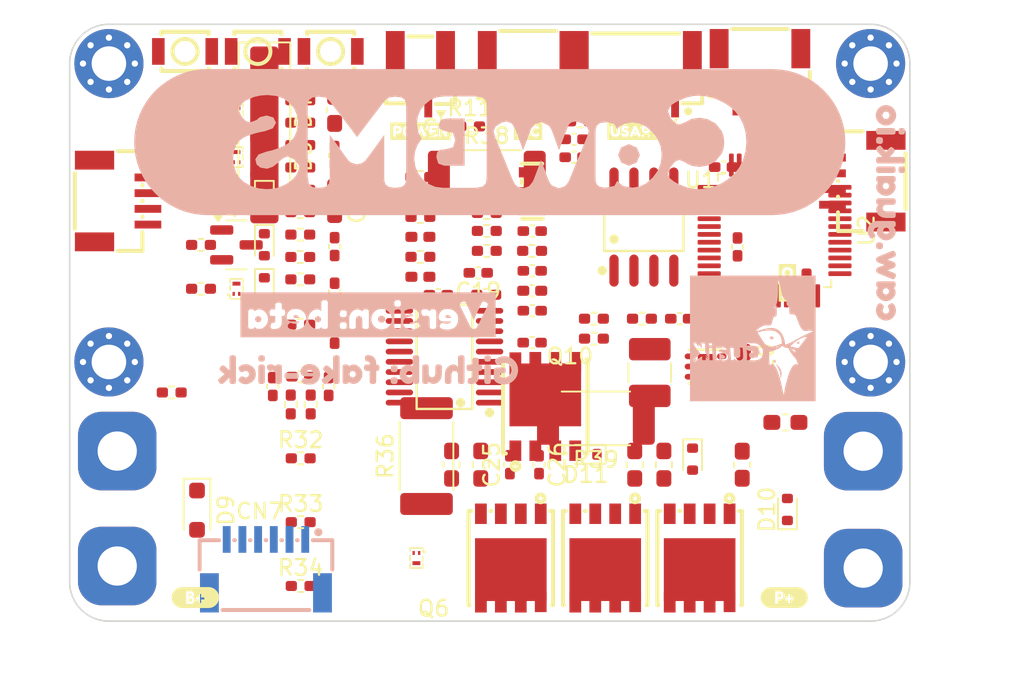
<source format=kicad_pcb>
(kicad_pcb (version 20241229) (generator "pcbnew") (generator_version "9.0")
  (title_block (title "CawBMS") (date "2025-02-21") (rev "1.0.0"))
  (layers (0 "F.Cu" signal) (4 "In1.Cu" signal) (6 "In2.Cu" signal) (2 "B.Cu" signal) (13 "F.Paste" user) (15 "B.Paste" user) (5 "F.SilkS" user "F.Silkscreen") (7 "B.SilkS" user "B.Silkscreen") (1 "F.Mask" user) (3 "B.Mask" user) (25 "Edge.Cuts" user))
  (net 0 "")
  (net 1 "+3.3V")
  (net 2 "GND")
  (net 3 "+5V")
  (net 4 "+3.3VA")
  (net 5 "/RESET")
  (net 6 "/BQ76920/VC5")
  (net 7 "/BQ76920/VC4")
  (net 8 "/BQ76920/VC3")
  (net 9 "/BQ76920/VC2")
  (net 10 "/BQ76920/VC1")
  (net 11 "/BQ76920/VC0")
  (net 12 "/BQ76920/BAT")
  (net 13 "Net-(U4-CAP1)")
  (net 14 "Net-(U4-BAT)")
  (net 15 "/BQ76920/SRP")
  (net 16 "/BQ76920/SRN")
  (net 17 "/ALERT")
  (net 18 "PACK-")
  (net 19 "PACK+")
  (net 20 "Net-(C27-Pad2)")
  (net 21 "-BATT")
  (net 22 "/SPI1_MOSI")
  (net 23 "/SPI1_MISO")
  (net 24 "/SPI1_SCK")
  (net 25 "/SPI1_NSS")
  (net 26 "/USART1_TX")
  (net 27 "/USART1_RX")
  (net 28 "/SWDIO")
  (net 29 "/SWCLK")
  (net 32 "Net-(D6-A)")
  (net 33 "Net-(D7-A)")
  (net 34 "Net-(D8-A)")
  (net 35 "Net-(D1-K)")
  (net 36 "Net-(D2-K)")
  (net 37 "Net-(D3-K)")
  (net 38 "Net-(D12-A)")
  (net 39 "Net-(D6-K)")
  (net 40 "Net-(D7-K)")
  (net 41 "Net-(D8-K)")
  (net 42 "Net-(D11-K)")
  (net 43 "Net-(U3-L)")
  (net 44 "/BQ76920/DSG")
  (net 45 "Net-(Q7-G)")
  (net 46 "Net-(Q8-G)")
  (net 47 "Net-(Q9-G)")
  (net 48 "Net-(Q1-D)")
  (net 49 "Net-(Q2-D)")
  (net 50 "Net-(Q3-D)")
  (net 51 "Net-(Q5-D)")
  (net 52 "/BQ76920/CHG")
  (net 53 "/I2C1_SCL")
  (net 54 "/I2C1_SDA")
  (net 55 "/CAN_N")
  (net 56 "/CAN_P")
  (net 57 "/LED_A")
  (net 58 "/LED_B")
  (net 59 "Net-(U4-TS1)")
  (net 60 "/KEY_A")
  (net 61 "/HSE_IN")
  (net 62 "/HSE_OUT")
  (net 63 "/CAN_RX")
  (net 64 "/CAN_TX")
  (net 70 "/I2C2_SCL")
  (net 71 "/I2C2_SDA")
  (net 74 "Net-(C11-Pad1)")
  (net 75 "Net-(C27-Pad1)")
  (net 86 "Net-(D10-A)")
  (net 87 "Net-(D9-A)")
  (net 88 "Net-(D10-K)")
  (net 89 "Net-(D12-K)")
  (net 122 "Net-(Q10-G)")
  (net 123 "Net-(Q6-D)")
  (net 124 "Net-(Q10-D-Pad5)")
  (net 125 "Net-(U2-BOOT0)")
  (net 126 "Net-(U2-PB2)")
  (net 127 "Net-(U2-VSSA)")
  (net 128 "Net-(R19-Pad1)")
  (net 129 "/CAN_S")
  (footprint "CawBMS:POWER_PAD" (layer "F.Cu") (at 126.028 65.681)
    (property "Reference" "H8")
    (property "Value" "P-")
    (pad "1" thru_hole roundrect (at 0 0) (size 5 5) (drill 2.5) (layers "*.Cu" "*.Mask") (roundrect_rratio 0.3) (net 18 "PACK-"))
  )
  (footprint "Rick_Connector:CONN-SMD_4P-P1.00_WAFER-SH1.0-4PWB" (layer "F.Cu") (at 119.456 41.75 180)
    (property "Reference" "CN3" (at 0 -3.207 180) (layer "F.SilkS") (effects (justify left)))
    (property "Value" "I2C")
    (pad "1" smd rect (at -1.5 -1.7 180) (size 0.5 1.7) (layers "F.Cu" "F.Mask" "F.Paste") (net 71 "/I2C2_SDA"))
    (pad "2" smd rect (at -0.5 -1.7 180) (size 0.5 1.7) (layers "F.Cu" "F.Mask" "F.Paste") (net 70 "/I2C2_SCL"))
    (pad "3" smd rect (at 0.5 -1.7 180) (size 0.5 1.7) (layers "F.Cu" "F.Mask" "F.Paste") (net 2 "GND"))
    (pad "4" smd rect (at 1.5 -1.7 180) (size 0.5 1.7) (layers "F.Cu" "F.Mask" "F.Paste") (net 1 "+3.3V"))
    (pad "5" smd rect (at -2.6 1.7 180) (size 1.2 2.5) (layers "F.Cu" "F.Mask" "F.Paste"))
    (pad "6" smd rect (at 2.6 1.7 180) (size 1.2 2.5) (layers "F.Cu" "F.Mask" "F.Paste"))
  )
  (footprint "Rick_MOSFET:BSC0702LS_PG-TDSON-8_L5.0-W6.0-P1.27-BL-EP" (layer "F.Cu") (at 105.7865 62.832)
    (property "Reference" "Q10" (at 0 -3.207 0) (layer "F.SilkS") (effects (justify left)))
    (property "Value" "BSC0702LS")
    (pad "1" smd rect (at -1.905 2.819 90) (size 1.3 0.749) (layers "F.Cu" "F.Mask" "F.Paste") (net 18 "PACK-"))
    (pad "2" smd rect (at -0.635 2.819 90) (size 1.3 0.749) (layers "F.Cu" "F.Mask" "F.Paste") (net 18 "PACK-"))
    (pad "3" smd rect (at 0.635 2.819 90) (size 1.3 0.749) (layers "F.Cu" "F.Mask" "F.Paste") (net 18 "PACK-"))
    (pad "4" smd rect (at 1.905 2.819 90) (size 1.3 0.749) (layers "F.Cu" "F.Mask" "F.Paste") (net 122 "Net-(Q10-G)"))
    (pad "5" smd rect (at 1.905 -2.819 270) (size 1.3 0.749) (layers "F.Cu" "F.Mask" "F.Paste") (net 124 "Net-(Q10-D-Pad5)"))
    (pad "6" smd rect (at 0.635 -2.819 270) (size 1.3 0.749) (layers "F.Cu" "F.Mask" "F.Paste") (net 124 "Net-(Q10-D-Pad5)"))
    (pad "7" smd rect (at -0.635 -2.819 270) (size 1.3 0.749) (layers "F.Cu" "F.Mask" "F.Paste") (net 124 "Net-(Q10-D-Pad5)"))
    (pad "8" smd rect (at -1.905 -2.794 270) (size 1.3 0.749) (layers "F.Cu" "F.Mask" "F.Paste") (net 124 "Net-(Q10-D-Pad5)"))
    (pad "8" smd rect (at 0 -0.737) (size 4.56 4) (layers "F.Cu" "F.Mask" "F.Paste") (net 124 "Net-(Q10-D-Pad5)"))
  )
  (footprint "Capacitor_SMD:C_0402_1005Metric_Pad0.74x0.62mm_HandSolder" (layer "F.Cu") (at 92.373 58.235 -90)
    (property "Reference" "C14")
    (property "Value" "0.22uF")
    (pad "1" smd roundrect (at -0.5675 0 270) (size 0.735 0.62) (layers "F.Cu" "F.Mask" "F.Paste") (net 7 "/BQ76920/VC4"))
    (pad "2" smd roundrect (at 0.5675 0 270) (size 0.735 0.62) (layers "F.Cu" "F.Mask" "F.Paste") (net 8 "/BQ76920/VC3"))
  )
  (footprint "kibuzzard-6577EC0F" (layer "F.Cu") (at 122.472 48.481 -90)
    (property "Reference" "kibuzzard-6577EC0F" (hide yes))
    (property "Value" "G***" (hide yes))
  )
  (footprint "Rick_MOSFET:CSD13381F4_PICOSTAR-3_L1.0-W0.6-P0.40-S0.65-BL-1" (layer "F.Cu") (at 97.58 72.484 180)
    (property "Reference" "Q6" (at 0 -3.207 180) (layer "F.SilkS") (effects (justify left)))
    (property "Value" "CSD13381F4")
    (pad "1" smd rect (at -0.175 0.325 180) (size 0.15 0.25) (layers "F.Cu" "F.Mask" "F.Paste") (net 89 "Net-(D12-K)"))
    (pad "2" smd rect (at 0.175 0.325 180) (size 0.15 0.25) (layers "F.Cu" "F.Mask" "F.Paste") (net 38 "Net-(D12-A)"))
    (pad "3" smd rect (at 0 -0.325 180) (size 0.5 0.25) (layers "F.Cu" "F.Mask" "F.Paste") (net 123 "Net-(Q6-D)"))
  )
  (footprint "Capacitor_SMD:C_0603_1608Metric_Pad1.08x0.95mm_HandSolder" (layer "F.Cu") (at 121.075 63.848)
    (property "Reference" "C28")
    (property "Value" "0.1uF")
    (pad "1" smd roundrect (at -0.8625 0) (size 1.075 0.95) (layers "F.Cu" "F.Mask" "F.Paste") (net 20 "Net-(C27-Pad2)"))
    (pad "2" smd roundrect (at 0.8625 0) (size 1.075 0.95) (layers "F.Cu" "F.Mask" "F.Paste") (net 18 "PACK-"))
  )
  (footprint "Capacitor_SMD:C_0603_1608Metric_Pad1.08x0.95mm_HandSolder" (layer "F.Cu") (at 118.32572 66.541 90)
    (property "Reference" "C27")
    (property "Value" "0.1uF")
    (pad "1" smd roundrect (at -0.8625 0 90) (size 1.075 0.95) (layers "F.Cu" "F.Mask" "F.Paste") (net 75 "Net-(C27-Pad1)"))
    (pad "2" smd roundrect (at 0.8625 0 90) (size 1.075 0.95) (layers "F.Cu" "F.Mask" "F.Paste") (net 20 "Net-(C27-Pad2)"))
  )
  (footprint "Capacitor_SMD:C_0402_1005Metric_Pad0.74x0.62mm_HandSolder" (layer "F.Cu") (at 104.954 56.736)
    (property "Reference" "C15")
    (property "Value" "470pF")
    (pad "1" smd roundrect (at -0.5675 0) (size 0.735 0.62) (layers "F.Cu" "F.Mask" "F.Paste") (net 17 "/ALERT"))
    (pad "2" smd roundrect (at 0.5675 0) (size 0.735 0.62) (layers "F.Cu" "F.Mask" "F.Paste") (net 2 "GND"))
  )
  (footprint "Inductor_SMD:L_0603_1608Metric_Pad1.05x0.95mm_HandSolder" (layer "F.Cu") (at 99.819272 66.541 -90)
    (property "Reference" "L4")
    (property "Value" "220ohm")
    (pad "1" smd roundrect (at -0.875 0 270) (size 1.05 0.95) (layers "F.Cu" "F.Mask" "F.Paste") (net 44 "/BQ76920/DSG"))
    (pad "2" smd roundrect (at 0.875 0 270) (size 1.05 0.95) (layers "F.Cu" "F.Mask" "F.Paste") (net 45 "Net-(Q7-G)"))
  )
  (footprint "Inductor_SMD:L_0603_1608Metric_Pad1.05x0.95mm_HandSolder" (layer "F.Cu") (at 111.480632 66.541 -90)
    (property "Reference" "L5")
    (property "Value" "220ohm")
    (pad "1" smd roundrect (at -0.875 0 270) (size 1.05 0.95) (layers "F.Cu" "F.Mask" "F.Paste") (net 42 "Net-(D11-K)"))
    (pad "2" smd roundrect (at 0.875 0 270) (size 1.05 0.95) (layers "F.Cu" "F.Mask" "F.Paste") (net 46 "Net-(Q8-G)"))
  )
  (footprint "Resistor_SMD:R_0402_1005Metric_Pad0.72x0.64mm_HandSolder" (layer "F.Cu") (at 101 45)
    (property "Reference" "R11" (at 0 -1.17 0) (layer "F.SilkS"))
    (property "Value" "0")
    (pad "1" smd roundrect (at -0.5975 0) (size 0.715 0.64) (layers "F.Cu" "F.Mask" "F.Paste") (net 21 "-BATT"))
    (pad "2" smd roundrect (at 0.5975 0) (size 0.715 0.64) (layers "F.Cu" "F.Mask" "F.Paste") (net 2 "GND"))
  )
  (footprint "Capacitor_SMD:C_0402_1005Metric_Pad0.74x0.62mm_HandSolder" (layer "F.Cu") (at 104.946 58.768 180)
    (property "Reference" "C18")
    (property "Value" "4.7uF")
    (pad "1" smd roundrect (at -0.5675 0 180) (size 0.735 0.62) (layers "F.Cu" "F.Mask" "F.Paste") (net 1 "+3.3V"))
    (pad "2" smd roundrect (at 0.5675 0 180) (size 0.735 0.62) (layers "F.Cu" "F.Mask" "F.Paste") (net 2 "GND"))
  )
  (footprint "Inductor_SMD:L_0603_1608Metric_Pad1.05x0.95mm_HandSolder" (layer "F.Cu") (at 101.675544 66.541 -90)
    (property "Reference" "L3")
    (property "Value" "220ohm")
    (pad "1" smd roundrect (at -0.875 0 270) (size 1.05 0.95) (layers "F.Cu" "F.Mask" "F.Paste") (net 44 "/BQ76920/DSG"))
    (pad "2" smd roundrect (at 0.875 0 270) (size 1.05 0.95) (layers "F.Cu" "F.Mask" "F.Paste") (net 47 "Net-(Q9-G)"))
  )
  (footprint "Rick_BMS:BQ7692003PW_TSSOP-20_L6.5-W4.4-P0.65-LS6.4-BL" (layer "F.Cu") (at 99.366 59.665 90)
    (property "Reference" "U4")
    (property "Value" "BQ7692003PW")
    (pad "1" smd oval (at -2.925 2.871 90) (size 0.364 1.742) (layers "F.Cu" "F.Mask" "F.Paste") (net 44 "/BQ76920/DSG"))
    (pad "2" smd oval (at -2.275 2.871 90) (size 0.364 1.742) (layers "F.Cu" "F.Mask" "F.Paste") (net 52 "/BQ76920/CHG"))
    (pad "3" smd oval (at -1.625 2.871 90) (size 0.364 1.742) (layers "F.Cu" "F.Mask" "F.Paste") (net 2 "GND"))
    (pad "4" smd oval (at -0.975 2.871 90) (size 0.364 1.742) (layers "F.Cu" "F.Mask" "F.Paste") (net 54 "/I2C1_SDA"))
    (pad "5" smd oval (at -0.325 2.871 90) (size 0.364 1.742) (layers "F.Cu" "F.Mask" "F.Paste") (net 53 "/I2C1_SCL"))
    (pad "6" smd oval (at 0.325 2.871 90) (size 0.364 1.742) (layers "F.Cu" "F.Mask" "F.Paste") (net 59 "Net-(U4-TS1)"))
    (pad "7" smd oval (at 0.975 2.871 90) (size 0.364 1.742) (layers "F.Cu" "F.Mask" "F.Paste") (net 13 "Net-(U4-CAP1)"))
    (pad "8" smd oval (at 1.625 2.871 90) (size 0.364 1.742) (layers "F.Cu" "F.Mask" "F.Paste") (net 1 "+3.3V"))
    (pad "9" smd oval (at 2.275 2.871 90) (size 0.364 1.742) (layers "F.Cu" "F.Mask" "F.Paste") (net 12 "/BQ76920/BAT"))
    (pad "10" smd oval (at 2.925 2.871 90) (size 0.364 1.742) (layers "F.Cu" "F.Mask" "F.Paste") (net 14 "Net-(U4-BAT)"))
    (pad "11" smd oval (at 2.925 -2.871 90) (size 0.364 1.742) (layers "F.Cu" "F.Mask" "F.Paste"))
    (pad "12" smd oval (at 2.275 -2.871 90) (size 0.364 1.742) (layers "F.Cu" "F.Mask" "F.Paste") (net 6 "/BQ76920/VC5"))
    (pad "13" smd oval (at 1.625 -2.871 90) (size 0.364 1.742) (layers "F.Cu" "F.Mask" "F.Paste") (net 7 "/BQ76920/VC4"))
    (pad "14" smd oval (at 0.975 -2.871 90) (size 0.364 1.742) (layers "F.Cu" "F.Mask" "F.Paste") (net 8 "/BQ76920/VC3"))
    (pad "15" smd oval (at 0.325 -2.871 90) (size 0.364 1.742) (layers "F.Cu" "F.Mask" "F.Paste") (net 9 "/BQ76920/VC2"))
    (pad "16" smd oval (at -0.325 -2.871 90) (size 0.364 1.742) (layers "F.Cu" "F.Mask" "F.Paste") (net 10 "/BQ76920/VC1"))
    (pad "17" smd oval (at -0.975 -2.871 90) (size 0.364 1.742) (layers "F.Cu" "F.Mask" "F.Paste") (net 11 "/BQ76920/VC0"))
    (pad "18" smd oval (at -1.625 -2.871 90) (size 0.364 1.742) (layers "F.Cu" "F.Mask" "F.Paste") (net 15 "/BQ76920/SRP"))
    (pad "19" smd oval (at -2.275 -2.871 90) (size 0.364 1.742) (layers "F.Cu" "F.Mask" "F.Paste") (net 16 "/BQ76920/SRN"))
    (pad "20" smd oval (at -2.925 -2.871 90) (size 0.364 1.742) (layers "F.Cu" "F.Mask" "F.Paste") (net 17 "/ALERT"))
  )
  (footprint "kibuzzard-658FE662" (layer "F.Cu") (at 104.692 45.306)
    (property "Reference" "kibuzzard-658FE662" (hide yes))
    (property "Value" "G***" (hide yes))
  )
  (footprint "Resistor_SMD:R_2512_6332Metric_Pad1.40x3.35mm_HandSolder" (layer "F.Cu") (at 98.223 65.991 90)
    (property "Reference" "R36" (at 0 -2.62 90) (layer "F.SilkS"))
    (property "Value" "0.0015")
    (pad "1" smd roundrect (at -3.05 0 90) (size 1.4 3.35) (layers "F.Cu" "F.Mask" "F.Paste") (roundrect_rratio 0.178571) (net 21 "-BATT"))
    (pad "2" smd roundrect (at 3.05 0 90) (size 1.4 3.35) (layers "F.Cu" "F.Mask" "F.Paste") (roundrect_rratio 0.178571) (net 75 "Net-(C27-Pad1)"))
  )
  (footprint "Resistor_SMD:R_0402_1005Metric_Pad0.72x0.64mm_HandSolder" (layer "F.Cu") (at 102.0625 52.926 180)
    (property "Reference" "R28")
    (property "Value" "1M")
    (pad "1" smd roundrect (at -0.5975 0 180) (size 0.715 0.64) (layers "F.Cu" "F.Mask" "F.Paste") (net 42 "Net-(D11-K)"))
    (pad "2" smd roundrect (at 0.5975 0 180) (size 0.715 0.64) (layers "F.Cu" "F.Mask" "F.Paste") (net 87 "Net-(D9-A)"))
  )
  (footprint "MountingHole:MountingHole_2.2mm_M2_Pad_Via" (layer "F.Cu") (at 78 60)
    (property "Reference" "H3")
    (property "Value" "MountingHole_Pad")
    (pad "1" thru_hole circle (at -1.65 0) (size 0.7 0.7) (drill 0.4) (layers "*.Cu" "*.Mask"))
    (pad "1" thru_hole circle (at -1.166726 -1.166726) (size 0.7 0.7) (drill 0.4) (layers "*.Cu" "*.Mask"))
    (pad "1" thru_hole circle (at -1.166726 1.166726) (size 0.7 0.7) (drill 0.4) (layers "*.Cu" "*.Mask"))
    (pad "1" thru_hole circle (at 0 -1.65) (size 0.7 0.7) (drill 0.4) (layers "*.Cu" "*.Mask"))
    (pad "1" thru_hole circle (at 0 0) (size 4.4 4.4) (drill 2.2) (layers "*.Cu" "*.Mask"))
    (pad "1" thru_hole circle (at 0 1.65) (size 0.7 0.7) (drill 0.4) (layers "*.Cu" "*.Mask"))
    (pad "1" thru_hole circle (at 1.166726 -1.166726) (size 0.7 0.7) (drill 0.4) (layers "*.Cu" "*.Mask"))
    (pad "1" thru_hole circle (at 1.166726 1.166726) (size 0.7 0.7) (drill 0.4) (layers "*.Cu" "*.Mask"))
    (pad "1" thru_hole circle (at 1.65 0) (size 0.7 0.7) (drill 0.4) (layers "*.Cu" "*.Mask"))
  )
  (footprint "Resistor_SMD:R_0402_1005Metric_Pad0.72x0.64mm_HandSolder" (layer "F.Cu") (at 122.42 55 90)
    (property "Reference" "R6")
    (property "Value" "10k")
    (pad "1" smd roundrect (at -0.5975 0 90) (size 0.715 0.64) (layers "F.Cu" "F.Mask" "F.Paste") (net 1 "+3.3V"))
    (pad "2" smd roundrect (at 0.5975 0 90) (size 0.715 0.64) (layers "F.Cu" "F.Mask" "F.Paste") (net 5 "/RESET"))
  )
  (footprint "Rick_Switch:B3U-1000P" (layer "F.Cu") (at 87.4835 40.226 180)
    (property "Reference" "SW1")
    (property "Value" "B3U-1000P")
    (pad "1" smd rect (at -1.7 0 180) (size 0.8 1.7) (layers "F.Cu" "F.Mask" "F.Paste") (net 2 "GND"))
    (pad "2" smd rect (at 1.7 0 180) (size 0.8 1.7) (layers "F.Cu" "F.Mask" "F.Paste") (net 5 "/RESET"))
  )
  (footprint "Inductor_SMD:L_1210_3225Metric_Pad1.42x2.65mm_HandSolder" (layer "F.Cu") (at 112.439 60.673 90)
    (property "Reference" "L2")
    (property "Value" "1uH")
    (pad "1" smd roundrect (at -1.4875 0 90) (size 1.425 2.65) (layers "F.Cu" "F.Mask" "F.Paste") (roundrect_rratio 0.1754392982) (net 1 "+3.3V"))
    (pad "2" smd roundrect (at 1.4875 0 90) (size 1.425 2.65) (layers "F.Cu" "F.Mask" "F.Paste") (roundrect_rratio 0.1754392982) (net 43 "Net-(U3-L)"))
  )
  (footprint "Rick_Connector:CONN-SMD_4P-P1.00_WAFER-SH1.0-4PWB" (layer "F.Cu") (at 104.692 41.877 180)
    (property "Reference" "CN2" (hide yes))
    (property "Value" "SWD")
    (pad "1" smd rect (at -1.5 -1.7 180) (size 0.5 1.7) (layers "F.Cu" "F.Mask" "F.Paste") (net 28 "/SWDIO"))
    (pad "2" smd rect (at -0.5 -1.7 180) (size 0.5 1.7) (layers "F.Cu" "F.Mask" "F.Paste") (net 29 "/SWCLK"))
    (pad "3" smd rect (at 0.5 -1.7 180) (size 0.5 1.7) (layers "F.Cu" "F.Mask" "F.Paste") (net 2 "GND"))
    (pad "4" smd rect (at 1.5 -1.7 180) (size 0.5 1.7) (layers "F.Cu" "F.Mask" "F.Paste") (net 1 "+3.3V"))
    (pad "5" smd rect (at -2.6 1.7 180) (size 1.2 2.5) (layers "F.Cu" "F.Mask" "F.Paste"))
    (pad "6" smd rect (at 2.6 1.7 180) (size 1.2 2.5) (layers "F.Cu" "F.Mask" "F.Paste"))
  )
  (footprint "Capacitor_SMD:C_0402_1005Metric_Pad0.74x0.62mm_HandSolder" (layer "F.Cu") (at 90.222 60.935)
    (property "Reference" "C22")
    (property "Value" "0.22uF")
    (pad "1" smd roundrect (at -0.5675 0) (size 0.735 0.62) (layers "F.Cu" "F.Mask" "F.Paste") (net 10 "/BQ76920/VC1"))
    (pad "2" smd roundrect (at 0.5675 0) (size 0.735 0.62) (layers "F.Cu" "F.Mask" "F.Paste") (net 11 "/BQ76920/VC0"))
  )
  (footprint "Resistor_SMD:R_0402_1005Metric_Pad0.72x0.64mm_HandSolder" (layer "F.Cu") (at 90.1845 57.625)
    (property "Reference" "R27")
    (property "Value" "10k")
    (pad "1" smd roundrect (at -0.5975 0) (size 0.715 0.64) (layers "F.Cu" "F.Mask" "F.Paste") (net 88 "Net-(D10-K)"))
    (pad "2" smd roundrect (at 0.5975 0) (size 0.715 0.64) (layers "F.Cu" "F.Mask" "F.Paste") (net 10 "/BQ76920/VC1"))
  )
  (footprint "Capacitor_SMD:C_0402_1005Metric_Pad0.74x0.62mm_HandSolder" (layer "F.Cu") (at 115.995 61.943)
    (property "Reference" "C16")
    (property "Value" "1uF")
    (pad "1" smd roundrect (at -0.5675 0) (size 0.735 0.62) (layers "F.Cu" "F.Mask" "F.Paste") (net 2 "GND"))
    (pad "2" smd roundrect (at 0.5675 0) (size 0.735 0.62) (layers "F.Cu" "F.Mask" "F.Paste") (net 13 "Net-(U4-CAP1)"))
  )
  (footprint "Resistor_SMD:R_0402_1005Metric_Pad0.72x0.64mm_HandSolder" (layer "F.Cu") (at 90.1845 49.038444)
    (property "Reference" "R21")
    (property "Value" "100")
    (pad "1" smd roundrect (at -0.5975 0) (size 0.715 0.64) (layers "F.Cu" "F.Mask" "F.Paste") (net 33 "Net-(D7-A)"))
    (pad "2" smd roundrect (at 0.5975 0) (size 0.715 0.64) (layers "F.Cu" "F.Mask" "F.Paste") (net 8 "/BQ76920/VC3"))
  )
  (footprint "Rick_Connector:CONN-SMD_4P-P1.00_WAFER-SH1.0-4PWB" (layer "F.Cu") (at 125.774 48.489 90)
    (property "Reference" "CN5")
    (property "Value" "USART")
    (pad "1" smd rect (at -1.5 -1.7 90) (size 0.5 1.7) (layers "F.Cu" "F.Mask" "F.Paste") (net 26 "/USART1_TX"))
    (pad "2" smd rect (at -0.5 -1.7 90) (size 0.5 1.7) (layers "F.Cu" "F.Mask" "F.Paste") (net 27 "/USART1_RX"))
    (pad "3" smd rect (at 0.5 -1.7 90) (size 0.5 1.7) (layers "F.Cu" "F.Mask" "F.Paste") (net 2 "GND"))
    (pad "4" smd rect (at 1.5 -1.7 90) (size 0.5 1.7) (layers "F.Cu" "F.Mask" "F.Paste") (net 1 "+3.3V"))
    (pad "5" smd rect (at -2.6 1.7 90) (size 1.2 2.5) (layers "F.Cu" "F.Mask" "F.Paste"))
    (pad "6" smd rect (at 2.6 1.7 90) (size 1.2 2.5) (layers "F.Cu" "F.Mask" "F.Paste"))
  )
  (footprint "Resistor_SMD:R_0402_1005Metric_Pad0.72x0.64mm_HandSolder" (layer "F.Cu") (at 90.212 74.262)
    (property "Reference" "R34" (at 0 -1.17 0) (layer "F.SilkS"))
    (property "Value" "100")
    (pad "1" smd roundrect (at -0.5975 0) (size 0.715 0.64) (layers "F.Cu" "F.Mask" "F.Paste") (net 75 "Net-(C27-Pad1)"))
    (pad "2" smd roundrect (at 0.5975 0) (size 0.715 0.64) (layers "F.Cu" "F.Mask" "F.Paste") (net 16 "/BQ76920/SRN"))
  )
  (footprint "Resistor_SMD:R_2512_6332Metric_Pad1.40x3.35mm_HandSolder" (layer "F.Cu") (at 109.01 63.594 180)
    (property "Reference" "R39" (at 0 -2.62 180) (layer "F.SilkS"))
    (property "Value" "0.0015")
    (pad "1" smd roundrect (at -3.05 0 180) (size 1.4 3.35) (layers "F.Cu" "F.Mask" "F.Paste") (roundrect_rratio 0.178571) (net 21 "-BATT"))
    (pad "2" smd roundrect (at 3.05 0 180) (size 1.4 3.35) (layers "F.Cu" "F.Mask" "F.Paste") (roundrect_rratio 0.178571) (net 75 "Net-(C27-Pad1)"))
  )
  (footprint "Resistor_SMD:R_0402_1005Metric_Pad0.72x0.64mm_HandSolder" (layer "F.Cu") (at 108.883 57.244 180)
    (property "Reference" "R4")
    (property "Value" "10k")
    (pad "1" smd roundrect (at -0.5975 0 180) (size 0.715 0.64) (layers "F.Cu" "F.Mask" "F.Paste") (net 1 "+3.3V"))
    (pad "2" smd roundrect (at 0.5975 0 180) (size 0.715 0.64) (layers "F.Cu" "F.Mask" "F.Paste") (net 54 "/I2C1_SDA"))
  )
  (footprint "kibuzzard-6577EBAB" (layer "F.Cu") (at 111.55 45.307429)
    (property "Reference" "kibuzzard-6577EBAB" (hide yes))
    (property "Value" "G***" (hide yes))
  )
  (footprint "CawBMS:POWER_PAD" (layer "F.Cu") (at 126.028 73.127)
    (property "Reference" "H7")
    (property "Value" "B-")
    (pad "1" thru_hole roundrect (at 0 0) (size 5 5) (drill 2.5) (layers "*.Cu" "*.Mask") (roundrect_rratio 0.3) (net 21 "-BATT"))
  )
  (footprint "Rick_MOSFET:BSC0702LS_PG-TDSON-8_L5.0-W6.0-P1.27-BL-EP" (layer "F.Cu") (at 115.614 72.484 180)
    (property "Reference" "Q9")
    (property "Value" "BSC0702LS")
    (pad "1" smd rect (at -1.905 2.819 270) (size 1.3 0.749) (layers "F.Cu" "F.Mask" "F.Paste") (net 75 "Net-(C27-Pad1)"))
    (pad "2" smd rect (at -0.635 2.819 270) (size 1.3 0.749) (layers "F.Cu" "F.Mask" "F.Paste") (net 75 "Net-(C27-Pad1)"))
    (pad "3" smd rect (at 0.635 2.819 270) (size 1.3 0.749) (layers "F.Cu" "F.Mask" "F.Paste") (net 75 "Net-(C27-Pad1)"))
    (pad "4" smd rect (at 1.905 2.819 270) (size 1.3 0.749) (layers "F.Cu" "F.Mask" "F.Paste") (net 47 "Net-(Q9-G)"))
    (pad "5" smd rect (at 1.905 -2.819 90) (size 1.3 0.749) (layers "F.Cu" "F.Mask" "F.Paste") (net 124 "Net-(Q10-D-Pad5)"))
    (pad "6" smd rect (at 0.635 -2.819 90) (size 1.3 0.749) (layers "F.Cu" "F.Mask" "F.Paste") (net 124 "Net-(Q10-D-Pad5)"))
    (pad "7" smd rect (at -0.635 -2.819 90) (size 1.3 0.749) (layers "F.Cu" "F.Mask" "F.Paste") (net 124 "Net-(Q10-D-Pad5)"))
    (pad "8" smd rect (at -1.905 -2.794 90) (size 1.3 0.749) (layers "F.Cu" "F.Mask" "F.Paste") (net 124 "Net-(Q10-D-Pad5)"))
    (pad "8" smd rect (at 0 -0.737 180) (size 4.56 4) (layers "F.Cu" "F.Mask" "F.Paste") (net 124 "Net-(Q10-D-Pad5)"))
  )
  (footprint "kibuzzard-6577EC47" (layer "F.Cu") (at 121.202 54.958 -90)
    (property "Reference" "kibuzzard-6577EC47" (hide yes))
    (property "Value" "G***" (hide yes))
  )
  (footprint "Capacitor_SMD:C_0402_1005Metric_Pad0.74x0.62mm_HandSolder" (layer "F.Cu") (at 118.027 52.672 90)
    (property "Reference" "C7")
    (property "Value" "0.1uF")
    (pad "1" smd roundrect (at -0.5675 0 90) (size 0.735 0.62) (layers "F.Cu" "F.Mask" "F.Paste") (net 1 "+3.3V"))
    (pad "2" smd roundrect (at 0.5675 0 90) (size 0.735 0.62) (layers "F.Cu" "F.Mask" "F.Paste") (net 2 "GND"))
  )
  (footprint "Capacitor_SMD:C_0402_1005Metric_Pad0.74x0.62mm_HandSolder" (layer "F.Cu") (at 101.517 54.323 180)
    (property "Reference" "C19" (at 0 -1.16 180) (layer "F.SilkS"))
    (property "Value" "1uF")
    (pad "1" smd roundrect (at -0.5675 0 180) (size 0.735 0.62) (layers "F.Cu" "F.Mask" "F.Paste") (net 12 "/BQ76920/BAT"))
    (pad "2" smd roundrect (at 0.5675 0 180) (size 0.735 0.62) (layers "F.Cu" "F.Mask" "F.Paste") (net 2 "GND"))
  )
  (footprint "Resistor_SMD:R_0402_1005Metric_Pad0.72x0.64mm_HandSolder" (layer "F.Cu") (at 90.1845 51.888666)
    (property "Reference" "R23")
    (property "Value" "100")
    (pad "1" smd roundrect (at -0.5975 0) (size 0.715 0.64) (layers "F.Cu" "F.Mask" "F.Paste") (net 12 "/BQ76920/BAT"))
    (pad "2" smd roundrect (at 0.5975 0) (size 0.715 0.64) (layers "F.Cu" "F.Mask" "F.Paste") (net 14 "Net-(U4-BAT)"))
  )
  (footprint "Resistor_SMD:R_0402_1005Metric_Pad0.72x0.64mm_HandSolder" (layer "F.Cu") (at 90.1845 54.738888)
    (property "Reference" "R25")
    (property "Value" "100")
    (pad "1" smd roundrect (at -0.5975 0) (size 0.715 0.64) (layers "F.Cu" "F.Mask" "F.Paste") (net 34 "Net-(D8-A)"))
    (pad "2" smd roundrect (at 0.5975 0) (size 0.715 0.64) (layers "F.Cu" "F.Mask" "F.Paste") (net 9 "/BQ76920/VC2"))
  )
  (footprint "Resistor_SMD:R_0402_1005Metric_Pad0.72x0.64mm_HandSolder" (layer "F.Cu") (at 83.864 46.957)
    (property "Reference" "R13")
    (property "Value" "28.7")
    (pad "1" smd roundrect (at -0.5975 0) (size 0.715 0.64) (layers "F.Cu" "F.Mask" "F.Paste") (net 12 "/BQ76920/BAT"))
    (pad "2" smd roundrect (at 0.5975 0) (size 0.715 0.64) (layers "F.Cu" "F.Mask" "F.Paste") (net 48 "Net-(Q1-D)"))
  )
  (footprint "MountingHole:MountingHole_2.2mm_M2_Pad_Via" (layer "F.Cu") (at 78 41)
    (property "Reference" "H1")
    (property "Value" "MountingHole_Pad")
    (pad "1" thru_hole circle (at -1.65 0) (size 0.7 0.7) (drill 0.4) (layers "*.Cu" "*.Mask"))
    (pad "1" thru_hole circle (at -1.166726 -1.166726) (size 0.7 0.7) (drill 0.4) (layers "*.Cu" "*.Mask"))
    (pad "1" thru_hole circle (at -1.166726 1.166726) (size 0.7 0.7) (drill 0.4) (layers "*.Cu" "*.Mask"))
    (pad "1" thru_hole circle (at 0 -1.65) (size 0.7 0.7) (drill 0.4) (layers "*.Cu" "*.Mask"))
    (pad "1" thru_hole circle (at 0 0) (size 4.4 4.4) (drill 2.2) (layers "*.Cu" "*.Mask"))
    (pad "1" thru_hole circle (at 0 1.65) (size 0.7 0.7) (drill 0.4) (layers "*.Cu" "*.Mask"))
    (pad "1" thru_hole circle (at 1.166726 -1.166726) (size 0.7 0.7) (drill 0.4) (layers "*.Cu" "*.Mask"))
    (pad "1" thru_hole circle (at 1.166726 1.166726) (size 0.7 0.7) (drill 0.4) (layers "*.Cu" "*.Mask"))
    (pad "1" thru_hole circle (at 1.65 0) (size 0.7 0.7) (drill 0.4) (layers "*.Cu" "*.Mask"))
  )
  (footprint "Rick_MOSFET:CSD13381F4_PICOSTAR-3_L1.0-W0.6-P0.40-S0.65-BL-1" (layer "F.Cu") (at 86.1205 46.957)
    (property "Reference" "Q2")
    (property "Value" "CSD13381F4")
    (pad "1" smd rect (at -0.175 0.325) (size 0.15 0.25) (layers "F.Cu" "F.Mask" "F.Paste") (net 40 "Net-(D7-K)"))
    (pad "2" smd rect (at 0.175 0.325) (size 0.15 0.25) (layers "F.Cu" "F.Mask" "F.Paste") (net 33 "Net-(D7-A)"))
    (pad "3" smd rect (at 0 -0.325) (size 0.5 0.25) (layers "F.Cu" "F.Mask" "F.Paste") (net 49 "Net-(Q2-D)"))
  )
  (footprint "Rick_Connector:CONN-SMD_6P-P1.00_XUNPU_WAFER-SH1.0-6PWB" (layer "F.Cu") (at 111.55 41.877 180)
    (property "Reference" "CN4" (at 0 -3.207 180) (layer "F.SilkS") (effects (justify left)))
    (property "Value" "SPI")
    (pad "1" smd rect (at -2.5 -1.7 180) (size 0.5 1.7) (layers "F.Cu" "F.Mask" "F.Paste") (net 25 "/SPI1_NSS"))
    (pad "2" smd rect (at -1.5 -1.7 180) (size 0.5 1.7) (layers "F.Cu" "F.Mask" "F.Paste") (net 24 "/SPI1_SCK"))
    (pad "3" smd rect (at -0.5 -1.7 180) (size 0.5 1.7) (layers "F.Cu" "F.Mask" "F.Paste") (net 23 "/SPI1_MISO"))
    (pad "4" smd rect (at 0.5 -1.7 180) (size 0.5 1.7) (layers "F.Cu" "F.Mask" "F.Paste") (net 22 "/SPI1_MOSI"))
    (pad "5" smd rect (at 1.5 -1.7 180) (size 0.5 1.7) (layers "F.Cu" "F.Mask" "F.Paste") (net 2 "GND"))
    (pad "6" smd rect (at 2.5 -1.7 180) (size 0.5 1.7) (layers "F.Cu" "F.Mask" "F.Paste") (net 1 "+3.3V"))
    (pad "7" smd rect (at 3.6 1.7 180) (size 1.2 2.5) (layers "F.Cu" "F.Mask" "F.Paste"))
    (pad "8" smd rect (at -3.6 1.7 180) (size 1.2 2.5) (layers "F.Cu" "F.Mask" "F.Paste"))
  )
  (footprint "kibuzzard-6582907D" (layer "F.Cu") (at 83.5 75)
    (property "Reference" "kibuzzard-6582907D" (hide yes))
    (property "Value" "G***" (hide yes))
  )
  (footprint "Rick_CAN:ISO1044BDR_SOP-8" (layer "F.Cu") (at 112.066 51.41)
    (property "Reference" "U1" (at 2.5 -3 0) (layer "F.SilkS") (effects (justify left)))
    (property "Value" "SIT1051AT/3")
    (pad "1" smd oval (at -1.905 2.772) (size 0.588 2.045) (layers "F.Cu" "F.Mask" "F.Paste") (net 64 "/CAN_TX"))
    (pad "2" smd oval (at -0.635 2.772) (size 0.588 2.045) (layers "F.Cu" "F.Mask" "F.Paste") (net 2 "GND"))
    (pad "3" smd oval (at 0.635 2.772) (size 0.588 2.045) (layers "F.Cu" "F.Mask" "F.Paste") (net 3 "+5V"))
    (pad "4" smd oval (at 1.905 2.772) (size 0.588 2.045) (layers "F.Cu" "F.Mask" "F.Paste") (net 63 "/CAN_RX"))
    (pad "5" smd oval (at 1.905 -2.772) (size 0.588 2.045) (layers "F.Cu" "F.Mask" "F.Paste") (net 1 "+3.3V"))
    (pad "6" smd oval (at 0.635 -2.772) (size 0.588 2.045) (layers "F.Cu" "F.Mask" "F.Paste") (net 55 "/CAN_N"))
    (pad "7" smd oval (at -0.635 -2.772) (size 0.588 2.045) (layers "F.Cu" "F.Mask" "F.Paste") (net 56 "/CAN_P"))
    (pad "8" smd oval (at -1.905 -2.772) (size 0.588 2.045) (layers "F.Cu" "F.Mask" "F.Paste") (net 129 "/CAN_S"))
  )
  (footprint "Resistor_SMD:R_0402_1005Metric_Pad0.72x0.64mm_HandSolder" (layer "F.Cu") (at 90.1845 56.164)
    (property "Reference" "R26")
    (property "Value" "28.7")
    (pad "1" smd roundrect (at -0.5975 0) (size 0.715 0.64) (layers "F.Cu" "F.Mask" "F.Paste") (net 34 "Net-(D8-A)"))
    (pad "2" smd roundrect (at 0.5975 0) (size 0.715 0.64) (layers "F.Cu" "F.Mask" "F.Paste") (net 51 "Net-(Q5-D)"))
  )
  (footprint "Inductor_SMD:L_0603_1608Metric_Pad1.05x0.95mm_HandSolder" (layer "F.Cu") (at 113.336904 66.541 -90)
    (property "Reference" "L6")
    (property "Value" "220ohm")
    (pad "1" smd roundrect (at -0.875 0 270) (size 1.05 0.95) (layers "F.Cu" "F.Mask" "F.Paste") (net 42 "Net-(D11-K)"))
    (pad "2" smd roundrect (at 0.875 0 270) (size 1.05 0.95) (layers "F.Cu" "F.Mask" "F.Paste") (net 122 "Net-(Q10-G)"))
  )
  (footprint "Capacitor_SMD:C_0402_1005Metric_Pad0.74x0.62mm_HandSolder" (layer "F.Cu") (at 104.954 51.664 180)
    (property "Reference" "C8")
    (property "Value" "0.1uF")
    (pad "1" smd roundrect (at -0.5675 0 180) (size 0.735 0.62) (layers "F.Cu" "F.Mask" "F.Paste") (net 4 "+3.3VA"))
    (pad "2" smd roundrect (at 0.5675 0 180) (size 0.735 0.62) (layers "F.Cu" "F.Mask" "F.Paste") (net 2 "GND"))
  )
  (footprint "Capacitor_SMD:C_0402_1005Metric_Pad0.74x0.62mm_HandSolder" (layer "F.Cu") (at 105.388088 66.541 -90)
    (property "Reference" "C26" (at 0 -1.16 270) (layer "F.SilkS"))
    (property "Value" "0.22uF")
    (pad "1" smd roundrect (at -0.5675 0 270) (size 0.735 0.62) (layers "F.Cu" "F.Mask" "F.Paste") (net 11 "/BQ76920/VC0"))
    (pad "2" smd roundrect (at 0.5675 0 270) (size 0.735 0.62) (layers "F.Cu" "F.Mask" "F.Paste") (net 2 "GND"))
  )
  (footprint "Diode_SMD:D_SOD-523" (layer "F.Cu") (at 87.8985 49.7285 -90)
    (property "Reference" "D6")
    (property "Value" "D_Zener_5.6V")
    (pad "1" smd roundrect (at -0.7 0 90) (size 0.6 0.7) (layers "F.Cu" "F.Mask" "F.Paste") (net 39 "Net-(D6-K)"))
    (pad "2" smd roundrect (at 0.7 0 90) (size 0.6 0.7) (layers "F.Cu" "F.Mask" "F.Paste") (net 32 "Net-(D6-A)"))
  )
  (footprint "Resistor_SMD:R_0402_1005Metric_Pad0.72x0.64mm_HandSolder" (layer "F.Cu") (at 102.0625 51.656 180)
    (property "Reference" "R29")
    (property "Value" "100")
    (pad "1" smd roundrect (at -0.5975 0 180) (size 0.715 0.64) (layers "F.Cu" "F.Mask" "F.Paste") (net 86 "Net-(D10-A)"))
    (pad "2" smd roundrect (at 0.5975 0 180) (size 0.715 0.64) (layers "F.Cu" "F.Mask" "F.Paste") (net 10 "/BQ76920/VC1"))
  )
  (footprint "Diode_SMD:D_SOD-523" (layer "F.Cu") (at 115.163176 66.186 -90)
    (property "Reference" "D12")
    (property "Value" "D_Zener_5.6V")
    (pad "1" smd roundrect (at -0.7 0 90) (size 0.6 0.7) (layers "F.Cu" "F.Mask" "F.Paste") (net 89 "Net-(D12-K)"))
    (pad "2" smd roundrect (at 0.7 0 90) (size 0.6 0.7) (layers "F.Cu" "F.Mask" "F.Paste") (net 38 "Net-(D12-A)"))
  )
  (footprint "Capacitor_SMD:C_0402_1005Metric_Pad0.74x0.62mm_HandSolder" (layer "F.Cu") (at 103.531816 66.541 90)
    (property "Reference" "C25" (at 0 -1.16 90) (layer "F.SilkS"))
    (property "Value" "0.1uF")
    (pad "1" smd roundrect (at -0.5675 0 90) (size 0.735 0.62) (layers "F.Cu" "F.Mask" "F.Paste") (net 16 "/BQ76920/SRN"))
    (pad "2" smd roundrect (at 0.5675 0 90) (size 0.735 0.62) (layers "F.Cu" "F.Mask" "F.Paste") (net 2 "GND"))
  )
  (footprint "Resistor_SMD:R_0402_1005Metric_Pad0.72x0.64mm_HandSolder" (layer "F.Cu") (at 83.864 49.751)
    (property "Reference" "R14")
    (property "Value" "10k")
    (pad "1" smd roundrect (at -0.5975 0) (size 0.715 0.64) (layers "F.Cu" "F.Mask" "F.Paste") (net 39 "Net-(D6-K)"))
    (pad "2" smd roundrect (at 0.5975 0) (size 0.715 0.64) (layers "F.Cu" "F.Mask" "F.Paste") (net 7 "/BQ76920/VC4"))
  )
  (footprint "CawBMS:POWER_PAD" (layer "F.Cu") (at 78.53 65.673)
    (property "Reference" "H6")
    (property "Value" "P+")
    (pad "1" thru_hole roundrect (at 0 0) (size 5 5) (drill 2.5) (layers "*.Cu" "*.Mask") (roundrect_rratio 0.3) (net 19 "PACK+"))
  )
  (footprint "Capacitor_SMD:C_0402_1005Metric_Pad0.74x0.62mm_HandSolder" (layer "F.Cu") (at 120.44 48.989)
    (property "Reference" "C5")
    (property "Value" "0.1uF")
    (pad "1" smd roundrect (at -0.5675 0) (size 0.735 0.62) (layers "F.Cu" "F.Mask" "F.Paste") (net 1 "+3.3V"))
    (pad "2" smd roundrect (at 0.5675 0) (size 0.735 0.62) (layers "F.Cu" "F.Mask" "F.Paste") (net 2 "GND"))
  )
  (footprint "Rick_MOSFET:CSD13381F4_PICOSTAR-3_L1.0-W0.6-P0.40-S0.65-BL-1" (layer "F.Cu") (at 86.1205 49.751)
    (property "Reference" "Q3")
    (property "Value" "CSD13381F4")
    (pad "1" smd rect (at -0.175 0.325) (size 0.15 0.25) (layers "F.Cu" "F.Mask" "F.Paste") (net 41 "Net-(D8-K)"))
    (pad "2" smd rect (at 0.175 0.325) (size 0.15 0.25) (layers "F.Cu" "F.Mask" "F.Paste") (net 34 "Net-(D8-A)"))
    (pad "3" smd rect (at 0 -0.325) (size 0.5 0.25) (layers "F.Cu" "F.Mask" "F.Paste") (net 50 "Net-(Q3-D)"))
  )
  (footprint "Capacitor_SMD:C_0603_1608Metric_Pad1.08x0.95mm_HandSolder" (layer "F.Cu") (at 92.373 43.948 -90)
    (property "Reference" "C9" (at 0 -1.43 270) (layer "F.SilkS"))
    (property "Value" "0.1uF")
    (pad "1" smd roundrect (at -0.8625 0 270) (size 1.075 0.95) (layers "F.Cu" "F.Mask" "F.Paste") (net 19 "PACK+"))
    (pad "2" smd roundrect (at 0.8625 0 270) (size 1.075 0.95) (layers "F.Cu" "F.Mask" "F.Paste") (net 74 "Net-(C11-Pad1)"))
  )
  (footprint "Resistor_SMD:R_0402_1005Metric_Pad0.72x0.64mm_HandSolder" (layer "F.Cu") (at 90.1845 44.763111)
    (property "Reference" "R18")
    (property "Value" "10k")
    (pad "1" smd roundrect (at -0.5975 0) (size 0.715 0.64) (layers "F.Cu" "F.Mask" "F.Paste") (net 40 "Net-(D7-K)"))
    (pad "2" smd roundrect (at 0.5975 0) (size 0.715 0.64) (layers "F.Cu" "F.Mask" "F.Paste") (net 8 "/BQ76920/VC3"))
  )
  (footprint "Capacitor_SMD:C_0603_1608Metric_Pad1.08x0.95mm_HandSolder" (layer "F.Cu") (at 118.408 60.245 -90)
    (property "Reference" "C20" (at 0 -1.43 270) (layer "F.SilkS"))
    (property "Value" "10uF")
    (pad "1" smd roundrect (at -0.8625 0 270) (size 1.075 0.95) (layers "F.Cu" "F.Mask" "F.Paste") (net 14 "Net-(U4-BAT)"))
    (pad "2" smd roundrect (at 0.8625 0 270) (size 1.075 0.95) (layers "F.Cu" "F.Mask" "F.Paste") (net 2 "GND"))
  )
  (footprint "Resistor_SMD:R_0402_1005Metric_Pad0.72x0.64mm_HandSolder" (layer "F.Cu") (at 111.939 57.244)
    (property "Reference" "R1")
    (property "Value" "120")
    (pad "1" smd roundrect (at -0.5975 0) (size 0.715 0.64) (layers "F.Cu" "F.Mask" "F.Paste") (net 55 "/CAN_N"))
    (pad "2" smd roundrect (at 0.5975 0) (size 0.715 0.64) (layers "F.Cu" "F.Mask" "F.Paste") (net 56 "/CAN_P"))
  )
  (footprint "Resistor_SMD:R_0402_1005Metric_Pad0.72x0.64mm_HandSolder" (layer "F.Cu") (at 107.994 44.679)
    (property "Reference" "R2")
    (property "Value" "10k")
    (pad "1" smd roundrect (at -0.5975 0) (size 0.715 0.64) (layers "F.Cu" "F.Mask" "F.Paste") (net 2 "GND"))
    (pad "2" smd roundrect (at 0.5975 0) (size 0.715 0.64) (layers "F.Cu" "F.Mask" "F.Paste") (net 125 "Net-(U2-BOOT0)"))
  )
  (footprint "Diode_SMD:D_SOD-523" (layer "F.Cu") (at 87.8985 52.53375 -90)
    (property "Reference" "D7")
    (property "Value" "D_Zener_5.6V")
    (pad "1" smd roundrect (at -0.7 0 90) (size 0.6 0.7) (layers "F.Cu" "F.Mask" "F.Paste") (net 40 "Net-(D7-K)"))
    (pad "2" smd roundrect (at 0.7 0 90) (size 0.6 0.7) (layers "F.Cu" "F.Mask" "F.Paste") (net 33 "Net-(D7-A)"))
  )
  (footprint "MountingHole:MountingHole_2.2mm_M2_Pad_Via" (layer "F.Cu") (at 126.5 60)
    (property "Reference" "H4")
    (property "Value" "MountingHole_Pad")
    (pad "1" thru_hole circle (at -1.65 0) (size 0.7 0.7) (drill 0.4) (layers "*.Cu" "*.Mask"))
    (pad "1" thru_hole circle (at -1.166726 -1.166726) (size 0.7 0.7) (drill 0.4) (layers "*.Cu" "*.Mask"))
    (pad "1" thru_hole circle (at -1.166726 1.166726) (size 0.7 0.7) (drill 0.4) (layers "*.Cu" "*.Mask"))
    (pad "1" thru_hole circle (at 0 -1.65) (size 0.7 0.7) (drill 0.4) (layers "*.Cu" "*.Mask"))
    (pad "1" thru_hole circle (at 0 0) (size 4.4 4.4) (drill 2.2) (layers "*.Cu" "*.Mask"))
    (pad "1" thru_hole circle (at 0 1.65) (size 0.7 0.7) (drill 0.4) (layers "*.Cu" "*.Mask"))
    (pad "1" thru_hole circle (at 1.166726 -1.166726) (size 0.7 0.7) (drill 0.4) (layers "*.Cu" "*.Mask"))
    (pad "1" thru_hole circle (at 1.166726 1.166726) (size 0.7 0.7) (drill 0.4) (layers "*.Cu" "*.Mask"))
    (pad "1" thru_hole circle (at 1.65 0) (size 0.7 0.7) (drill 0.4) (layers "*.Cu" "*.Mask"))
  )
  (footprint "Rick_Crystal:Crystal_SMD3213-3P" (layer "F.Cu") (at 104.954 49.124 -90)
    (property "Reference" "X1")
    (property "Value" "Crystal_16MHz_15pF_3P")
    (pad "1" smd rect (at -1.2 0 270) (size 0.65 1.7) (layers "F.Cu" "F.Mask" "F.Paste") (net 61 "/HSE_IN"))
    (pad "2" smd rect (at 0 0 270) (size 0.5 1.7) (layers "F.Cu" "F.Mask" "F.Paste") (net 2 "GND"))
    (pad "3" smd rect (at 1.2 0 270) (size 0.65 1.7) (layers "F.Cu" "F.Mask" "F.Paste") (net 62 "/HSE_OUT"))
  )
  (footprint "Rick_MOSFET:BSC0702LS_PG-TDSON-8_L5.0-W6.0-P1.27-BL-EP" (layer "F.Cu") (at 109.602666 72.484 180)
    (property "Reference" "Q8")
    (property "Value" "BSC0702LS")
    (pad "1" smd rect (at -1.905 2.819 270) (size 1.3 0.749) (layers "F.Cu" "F.Mask" "F.Paste") (net 18 "PACK-"))
    (pad "2" smd rect (at -0.635 2.819 270) (size 1.3 0.749) (layers "F.Cu" "F.Mask" "F.Paste") (net 18 "PACK-"))
    (pad "3" smd rect (at 0.635 2.819 270) (size 1.3 0.749) (layers "F.Cu" "F.Mask" "F.Paste") (net 18 "PACK-"))
    (pad "4" smd rect (at 1.905 2.819 270) (size 1.3 0.749) (layers "F.Cu" "F.Mask" "F.Paste") (net 46 "Net-(Q8-G)"))
    (pad "5" smd rect (at 1.905 -2.819 90) (size 1.3 0.749) (layers "F.Cu" "F.Mask" "F.Paste") (net 124 "Net-(Q10-D-Pad5)"))
    (pad "6" smd rect (at 0.635 -2.819 90) (size 1.3 0.749) (layers "F.Cu" "F.Mask" "F.Paste") (net 124 "Net-(Q10-D-Pad5)"))
    (pad "7" smd rect (at -0.635 -2.819 90) (size 1.3 0.749) (layers "F.Cu" "F.Mask" "F.Paste") (net 124 "Net-(Q10-D-Pad5)"))
    (pad "8" smd rect (at -1.905 -2.794 90) (size 1.3 0.749) (layers "F.Cu" "F.Mask" "F.Paste") (net 124 "Net-(Q10-D-Pad5)"))
    (pad "8" smd rect (at 0 -0.737 180) (size 4.56 4) (layers "F.Cu" "F.Mask" "F.Paste") (net 124 "Net-(Q10-D-Pad5)"))
  )
  (footprint "Diode_SMD:D_SOD-523" (layer "F.Cu") (at 121.202 69.391 90)
    (property "Reference" "D10" (at 0 -1.3 90) (layer "F.SilkS"))
    (property "Value" "D_Zener_5.6V")
    (pad "1" smd roundrect (at -0.7 0 270) (size 0.6 0.7) (layers "F.Cu" "F.Mask" "F.Paste") (net 88 "Net-(D10-K)"))
    (pad "2" smd roundrect (at 0.7 0 270) (size 0.6 0.7) (layers "F.Cu" "F.Mask" "F.Paste") (net 86 "Net-(D10-A)"))
  )
  (footprint "Rick_MOSFET:CSD13381F4_PICOSTAR-3_L1.0-W0.6-P0.40-S0.65-BL-1" (layer "F.Cu") (at 86.1205 55.339)
    (property "Reference" "Q5")
    (property "Value" "CSD13381F4")
    (pad "1" smd rect (at -0.175 0.325) (size 0.15 0.25) (layers "F.Cu" "F.Mask" "F.Paste") (net 88 "Net-(D10-K)"))
    (pad "2" smd rect (at 0.175 0.325) (size 0.15 0.25) (layers "F.Cu" "F.Mask" "F.Paste") (net 86 "Net-(D10-A)"))
    (pad "3" smd rect (at 0 -0.325) (size 0.5 0.25) (layers "F.Cu" "F.Mask" "F.Paste") (net 51 "Net-(Q5-D)"))
  )
  (footprint "Capacitor_SMD:C_0402_1005Metric_Pad0.74x0.62mm_HandSolder" (layer "F.Cu") (at 92.373 52.6525 -90)
    (property "Reference" "C12")
    (property "Value" "2.2uF")
    (pad "1" smd roundrect (at -0.5675 0 270) (size 0.735 0.62) (layers "F.Cu" "F.Mask" "F.Paste") (net 1 "+3.3V"))
    (pad "2" smd roundrect (at 0.5675 0 270) (size 0.735 0.62) (layers "F.Cu" "F.Mask" "F.Paste") (net 2 "GND"))
  )
  (footprint "Resistor_SMD:R_0402_1005Metric_Pad0.72x0.64mm_HandSolder" (layer "F.Cu") (at 90.1845 53.313777)
    (property "Reference" "R24")
    (property "Value" "10k")
    (pad "1" smd roundrect (at -0.5975 0) (size 0.715 0.64) (layers "F.Cu" "F.Mask" "F.Paste") (net 41 "Net-(D8-K)"))
    (pad "2" smd roundrect (at 0.5975 0) (size 0.715 0.64) (layers "F.Cu" "F.Mask" "F.Paste") (net 9 "/BQ76920/VC2"))
  )
  (footprint "Inductor_SMD:L_0402_1005Metric_Pad0.77x0.64mm_HandSolder" (layer "F.Cu") (at 104.954 55.466)
    (property "Reference" "L1")
    (property "Value" "39nH")
    (pad "1" smd roundrect (at -0.5725 0) (size 0.765 0.64) (layers "F.Cu" "F.Mask" "F.Paste") (net 1 "+3.3V"))
    (pad "2" smd roundrect (at 0.5725 0) (size 0.765 0.64) (layers "F.Cu" "F.Mask" "F.Paste") (net 4 "+3.3VA"))
  )
  (footprint "Package_TO_SOT_SMD:SOT-23" (layer "F.Cu") (at 86.1205 52.545)
    (property "Reference" "Q4" (at 0 -2.4 0) (layer "F.SilkS"))
    (property "Value" "TP0610K-T1-GE3")
    (pad "1" smd roundrect (at -0.9375 -0.95) (size 1.475 0.6) (layers "F.Cu" "F.Mask" "F.Paste") (net 2 "GND"))
    (pad "2" smd roundrect (at -0.9375 0.95) (size 1.475 0.6) (layers "F.Cu" "F.Mask" "F.Paste") (net 52 "/BQ76920/CHG"))
    (pad "3" smd roundrect (at 0.9375 0) (size 1.475 0.6) (layers "F.Cu" "F.Mask" "F.Paste") (net 87 "Net-(D9-A)"))
  )
  (footprint "Resistor_SMD:R_0402_1005Metric_Pad0.72x0.64mm_HandSolder" (layer "F.Cu") (at 104.946 52.926 180)
    (property "Reference" "R3")
    (property "Value" "10k")
    (pad "1" smd roundrect (at -0.5975 0 180) (size 0.715 0.64) (layers "F.Cu" "F.Mask" "F.Paste") (net 1 "+3.3V"))
    (pad "2" smd roundrect (at 0.5975 0 180) (size 0.715 0.64) (layers "F.Cu" "F.Mask" "F.Paste") (net 53 "/I2C1_SCL"))
  )
  (footprint "Resistor_SMD:R_0402_1005Metric_Pad0.72x0.64mm_HandSolder" (layer "F.Cu") (at 90.1845 50.463555)
    (property "Reference" "R22")
    (property "Value" "28.7")
    (pad "1" smd roundrect (at -0.5975 0) (size 0.715 0.64) (layers "F.Cu" "F.Mask" "F.Paste") (net 33 "Net-(D7-A)"))
    (pad "2" smd roundrect (at 0.5975 0) (size 0.715 0.64) (layers "F.Cu" "F.Mask" "F.Paste") (net 50 "Net-(Q3-D)"))
  )
  (footprint "Resistor_SMD:R_0402_1005Metric_Pad0.72x0.64mm_HandSolder" (layer "F.Cu") (at 97.834 50.7622)
    (property "Reference" "R9")
    (property "Value" "510")
    (pad "1" smd roundrect (at -0.5975 0) (size 0.715 0.64) (layers "F.Cu" "F.Mask" "F.Paste") (net 36 "Net-(D2-K)"))
    (pad "2" smd roundrect (at 0.5975 0) (size 0.715 0.64) (layers "F.Cu" "F.Mask" "F.Paste") (net 58 "/LED_B"))
  )
  (footprint "Rick_MOSFET:CSD13381F4_PICOSTAR-3_L1.0-W0.6-P0.40-S0.65-BL-1" (layer "F.Cu") (at 86.1205 44.163)
    (property "Reference" "Q1")
    (property "Value" "CSD13381F4")
    (pad "1" smd rect (at -0.175 0.325) (size 0.15 0.25) (layers "F.Cu" "F.Mask" "F.Paste") (net 39 "Net-(D6-K)"))
    (pad "2" smd rect (at 0.175 0.325) (size 0.15 0.25) (layers "F.Cu" "F.Mask" "F.Paste") (net 32 "Net-(D6-A)"))
    (pad "3" smd rect (at 0 -0.325) (size 0.5 0.25) (layers "F.Cu" "F.Mask" "F.Paste") (net 48 "Net-(Q1-D)"))
  )
  (footprint "Capacitor_SMD:C_0402_1005Metric_Pad0.74x0.62mm_HandSolder" (layer "F.Cu") (at 107.621 45.822 180)
    (property "Reference" "C4")
    (property "Value" "0.1uF")
    (pad "1" smd roundrect (at -0.5675 0 180) (size 0.735 0.62) (layers "F.Cu" "F.Mask" "F.Paste") (net 1 "+3.3V"))
    (pad "2" smd roundrect (at 0.5675 0 180) (size 0.735 0.62) (layers "F.Cu" "F.Mask" "F.Paste") (net 2 "GND"))
  )
  (footprint "Capacitor_SMD:C_0402_1005Metric_Pad0.74x0.62mm_HandSolder" (layer "F.Cu") (at 91.992 61.562 -90)
    (property "Reference" "C23")
    (property "Value" "0.1uF")
    (pad "1" smd roundrect (at -0.5675 0 270) (size 0.735 0.62) (layers "F.Cu" "F.Mask" "F.Paste") (net 2 "GND"))
    (pad "2" smd roundrect (at 0.5675 0 270) (size 0.735 0.62) (layers "F.Cu" "F.Mask" "F.Paste") (net 15 "/BQ76920/SRP"))
  )
  (footprint "Resistor_SMD:R_0402_1005Metric_Pad0.72x0.64mm_HandSolder" (layer "F.Cu") (at 97.834 53.3054)
    (property "Reference" "R10")
    (property "Value" "510")
    (pad "1" smd roundrect (at -0.5975 0) (size 0.715 0.64) (layers "F.Cu" "F.Mask" "F.Paste") (net 37 "Net-(D3-K)"))
    (pad "2" smd roundrect (at 0.5975 0) (size 0.715 0.64) (layers "F.Cu" "F.Mask" "F.Paste") (net 2 "GND"))
  )
  (footprint "LED_SMD:LED_0402_1005Metric_Pad0.77x0.64mm_HandSolder" (layer "F.Cu") (at 97.834 49.4906)
    (property "Reference" "D1")
    (property "Value" "LED")
    (pad "1" smd roundrect (at -0.5725 0) (size 0.765 0.64) (layers "F.Cu" "F.Mask" "F.Paste") (net 35 "Net-(D1-K)"))
    (pad "2" smd roundrect (at 0.5725 0) (size 0.765 0.64) (layers "F.Cu" "F.Mask" "F.Paste") (net 1 "+3.3V"))
  )
  (footprint "Diode_SMD:D_SOD-523" (layer "F.Cu") (at 87.8985 55.339 -90)
    (property "Reference" "D8")
    (property "Value" "D_Zener_5.6V")
    (pad "1" smd roundrect (at -0.7 0 90) (size 0.6 0.7) (layers "F.Cu" "F.Mask" "F.Paste") (net 41 "Net-(D8-K)"))
    (pad "2" smd roundrect (at 0.7 0 90) (size 0.6 0.7) (layers "F.Cu" "F.Mask" "F.Paste") (net 34 "Net-(D8-A)"))
  )
  (footprint "LED_SMD:LED_0402_1005Metric_Pad0.77x0.64mm_HandSolder" (layer "F.Cu") (at 97.834 52.0338)
    (property "Reference" "D2")
    (property "Value" "LED")
    (pad "1" smd roundrect (at -0.5725 0) (size 0.765 0.64) (layers "F.Cu" "F.Mask" "F.Paste") (net 36 "Net-(D2-K)"))
    (pad "2" smd roundrect (at 0.5725 0) (size 0.765 0.64) (layers "F.Cu" "F.Mask" "F.Paste") (net 1 "+3.3V"))
  )
  (footprint "kibuzzard-6577EBC9" (layer "F.Cu") (at 119.45 45.306476)
    (property "Reference" "kibuzzard-6577EBC9" (hide yes))
    (property "Value" "G***" (hide yes))
  )
  (footprint "Resistor_SMD:R_2512_6332Metric_Pad1.40x3.35mm_HandSolder" (layer "F.Cu") (at 102.0625 48.227)
    (property "Reference" "R38" (at 0 -2.62 0) (layer "F.SilkS"))
    (property "Value" "0.0015")
    (pad "1" smd roundrect (at -3.05 0) (size 1.4 3.35) (layers "F.Cu" "F.Mask" "F.Paste") (roundrect_rratio 0.178571) (net 21 "-BATT"))
    (pad "2" smd roundrect (at 3.05 0) (size 1.4 3.35) (layers "F.Cu" "F.Mask" "F.Paste") (roundrect_rratio 0.178571) (net 75 "Net-(C27-Pad1)"))
  )
  (footprint "Resistor_SMD:R_0402_1005Metric_Pad0.72x0.64mm_HandSolder" (layer "F.Cu") (at 90.212 70.198)
    (property "Reference" "R33" (at 0 -1.17 0) (layer "F.SilkS"))
    (property "Value" "100")
    (pad "1" smd roundrect (at -0.5975 0) (size 0.715 0.64) (layers "F.Cu" "F.Mask" "F.Paste") (net 21 "-BATT"))
    (pad "2" smd roundrect (at 0.5975 0) (size 0.715 0.64) (layers "F.Cu" "F.Mask" "F.Paste") (net 15 "/BQ76920/SRP"))
  )
  (footprint "Resistor_SMD:R_0402_1005Metric_Pad0.72x0.64mm_HandSolder" (layer "F.Cu") (at 83.864 44.163)
    (property "Reference" "R12")
    (property "Value" "100")
    (pad "1" smd roundrect (at -0.5975 0) (size 0.715 0.64) (layers "F.Cu" "F.Mask" "F.Paste") (net 12 "/BQ76920/BAT"))
    (pad "2" smd roundrect (at 0.5975 0) (size 0.715 0.64) (layers "F.Cu" "F.Mask" "F.Paste") (net 6 "/BQ76920/VC5"))
  )
  (footprint "Rick_Switch:B3U-1000P" (layer "F.Cu") (at 82.848 40.226)
    (property "Reference" "SW3")
    (property "Value" "B3U-1000P")
    (pad "1" smd rect (at -1.7 0) (size 0.8 1.7) (layers "F.Cu" "F.Mask" "F.Paste") (net 10 "/BQ76920/VC1"))
    (pad "2" smd rect (at 1.7 0) (size 0.8 1.7) (layers "F.Cu" "F.Mask" "F.Paste") (net 128 "Net-(R19-Pad1)"))
  )
  (footprint "Rick_Switch:B3U-1000P" (layer "F.Cu") (at 92.119 40.226)
    (property "Reference" "SW2")
    (property "Value" "B3U-1000P")
    (pad "1" smd rect (at -1.7 0) (size 0.8 1.7) (layers "F.Cu" "F.Mask" "F.Paste") (net 60 "/KEY_A"))
    (pad "2" smd rect (at 1.7 0) (size 0.8 1.7) (layers "F.Cu" "F.Mask" "F.Paste") (net 2 "GND"))
  )
  (footprint "Resistor_SMD:R_0402_1005Metric_Pad0.72x0.64mm_HandSolder" (layer "F.Cu") (at 90.1845 47.613333)
    (property "Reference" "R20")
    (property "Value" "NTC 10k")
    (pad "1" smd roundrect (at -0.5975 0) (size 0.715 0.64) (layers "F.Cu" "F.Mask" "F.Paste") (net 2 "GND"))
    (pad "2" smd roundrect (at 0.5975 0) (size 0.715 0.64) (layers "F.Cu" "F.Mask" "F.Paste") (net 59 "Net-(U4-TS1)"))
  )
  (footprint "Resistor_SMD:R_0402_1005Metric_Pad0.72x0.64mm_HandSolder" (layer "F.Cu") (at 90.212 66.134)
    (property "Reference" "R32" (at 0 -1.17 0) (layer "F.SilkS"))
    (property "Value" "1M")
    (pad "1" smd roundrect (at -0.5975 0) (size 0.715 0.64) (layers "F.Cu" "F.Mask" "F.Paste") (net 18 "PACK-"))
    (pad "2" smd roundrect (at 0.5975 0) (size 0.715 0.64) (layers "F.Cu" "F.Mask" "F.Paste") (net 42 "Net-(D11-K)"))
  )
  (footprint "CawBMS:POWER_PAD" (layer "F.Cu") (at 78.53 72.992)
    (property "Reference" "H5")
    (property "Value" "B+")
    (pad "1" thru_hole roundrect (at 0 0) (size 5 5) (drill 2.5) (layers "*.Cu" "*.Mask") (roundrect_rratio 0.3) (net 19 "PACK+"))
  )
  (footprint "Capacitor_SMD:C_0402_1005Metric_Pad0.74x0.62mm_HandSolder" (layer "F.Cu") (at 92.373 46.8495 -90)
    (property "Reference" "C10")
    (property "Value" "4.7uF")
    (pad "1" smd roundrect (at -0.5675 0 270) (size 0.735 0.62) (layers "F.Cu" "F.Mask" "F.Paste") (net 3 "+5V"))
    (pad "2" smd roundrect (at 0.5675 0 270) (size 0.735 0.62) (layers "F.Cu" "F.Mask" "F.Paste") (net 2 "GND"))
  )
  (footprint "Resistor_SMD:R_0402_1005Metric_Pad0.72x0.64mm_HandSolder" (layer "F.Cu") (at 108.883 58.514 180)
    (property "Reference" "R5")
    (property "Value" "10k")
    (pad "1" smd roundrect (at -0.5975 0 180) (size 0.715 0.64) (layers "F.Cu" "F.Mask" "F.Paste") (net 2 "GND"))
    (pad "2" smd roundrect (at 0.5975 0 180) (size 0.715 0.64) (layers "F.Cu" "F.Mask" "F.Paste") (net 126 "Net-(U2-PB2)"))
  )
  (footprint "Resistor_SMD:R_0402_1005Metric_Pad0.72x0.64mm_HandSolder" (layer "F.Cu") (at 97.834 48.219)
    (property "Reference" "R7")
    (property "Value" "0")
    (pad "1" smd roundrect (at -0.5975 0) (size 0.715 0.64) (layers "F.Cu" "F.Mask" "F.Paste") (net 127 "Net-(U2-VSSA)"))
    (pad "2" smd roundrect (at 0.5975 0) (size 0.715 0.64) (layers "F.Cu" "F.Mask" "F.Paste") (net 2 "GND"))
  )
  (footprint "Capacitor_SMD:C_0402_1005Metric_Pad0.74x0.62mm_HandSolder" (layer "F.Cu") (at 98.977 55.72 180)
    (property "Reference" "C17")
    (property "Value" "0.22uF")
    (pad "1" smd roundrect (at -0.5675 0 180) (size 0.735 0.62) (layers "F.Cu" "F.Mask" "F.Paste") (net 8 "/BQ76920/VC3"))
    (pad "2" smd roundrect (at 0.5675 0 180) (size 0.735 0.62) (layers "F.Cu" "F.Mask" "F.Paste") (net 9 "/BQ76920/VC2"))
  )
  (footprint "Resistor_SMD:R_0402_1005Metric_Pad0.72x0.64mm_HandSolder" (layer "F.Cu") (at 90.1845 46.188222)
    (property "Reference" "R19")
    (property "Value" "10k")
    (pad "1" smd roundrect (at -0.5975 0) (size 0.715 0.64) (layers "F.Cu" "F.Mask" "F.Paste") (net 128 "Net-(R19-Pad1)"))
    (pad "2" smd roundrect (at 0.5975 0) (size 0.715 0.64) (layers "F.Cu" "F.Mask" "F.Paste") (net 59 "Net-(U4-TS1)"))
  )
  (footprint "Resistor_SMD:R_0402_1005Metric_Pad0.72x0.64mm_HandSolder" (layer "F.Cu") (at 83.864 55.339)
    (property "Reference" "R16")
    (property "Value" "28.7")
    (pad "1" smd roundrect (at -0.5975 0) (size 0.715 0.64) (layers "F.Cu" "F.Mask" "F.Paste") (net 32 "Net-(D6-A)"))
    (pad "2" smd roundrect (at 0.5975 0) (size 0.715 0.64) (layers "F.Cu" "F.Mask" "F.Paste") (net 49 "Net-(Q2-D)"))
  )
  (footprint "Capacitor_SMD:C_0402_1005Metric_Pad0.74x0.62mm_HandSolder" (layer "F.Cu") (at 107.621 46.965 180)
    (property "Reference" "C1")
    (property "Value" "0.1uF")
    (pad "1" smd roundrect (at -0.5675 0 180) (size 0.735 0.62) (layers "F.Cu" "F.Mask" "F.Paste") (net 3 "+5V"))
    (pad "2" smd roundrect (at 0.5675 0 180) (size 0.735 0.62) (layers "F.Cu" "F.Mask" "F.Paste") (net 2 "GND"))
  )
  (footprint "Rick_Connector:CONN-SMD_4P-P1.00_WAFER-SH1.0-4PWB" (layer "F.Cu") (at 78.784 49.751 -90)
    (property "Reference" "CN6" (at 0 -3.207 270) (layer "F.SilkS") (effects (justify left)))
    (property "Value" "POWER")
    (pad "1" smd rect (at -1.5 -1.7 270) (size 0.5 1.7) (layers "F.Cu" "F.Mask" "F.Paste") (net 2 "GND"))
    (pad "2" smd rect (at -0.5 -1.7 270) (size 0.5 1.7) (layers "F.Cu" "F.Mask" "F.Paste") (net 2 "GND"))
    (pad "3" smd rect (at 0.5 -1.7 270) (size 0.5 1.7) (layers "F.Cu" "F.Mask" "F.Paste") (net 1 "+3.3V"))
    (pad "4" smd rect (at 1.5 -1.7 270) (size 0.5 1.7) (layers "F.Cu" "F.Mask" "F.Paste") (net 3 "+5V"))
    (pad "5" smd rect (at -2.6 1.7 270) (size 1.2 2.5) (layers "F.Cu" "F.Mask" "F.Paste"))
    (pad "6" smd rect (at 2.6 1.7 270) (size 1.2 2.5) (layers "F.Cu" "F.Mask" "F.Paste"))
  )
  (footprint "Diode_SMD:D_SOD-323_HandSoldering" (layer "F.Cu") (at 83.61 69.436 -90)
    (property "Reference" "D9" (at 0 -1.85 270) (layer "F.SilkS"))
    (property "Value" "D_100V")
    (pad "1" smd roundrect (at -1.25 0 270) (size 1 1) (layers "F.Cu" "F.Mask" "F.Paste") (net 42 "Net-(D11-K)"))
    (pad "2" smd roundrect (at 1.25 0 270) (size 1 1) (layers "F.Cu" "F.Mask" "F.Paste") (net 87 "Net-(D9-A)"))
  )
  (footprint "Capacitor_SMD:C_0402_1005Metric_Pad0.74x0.62mm_HandSolder" (layer "F.Cu") (at 114.344 57.244 180)
    (property "Reference" "C2")
    (property "Value" "0.1uF")
    (pad "1" smd roundrect (at -0.5675 0 180) (size 0.735 0.62) (layers "F.Cu" "F.Mask" "F.Paste") (net 1 "+3.3V"))
    (pad "2" smd roundrect (at 0.5675 0 180) (size 0.735 0.62) (layers "F.Cu" "F.Mask" "F.Paste") (net 2 "GND"))
  )
  (footprint "Resistor_SMD:R_0402_1005Metric_Pad0.72x0.64mm_HandSolder" (layer "F.Cu") (at 102.025 55.72)
    (property "Reference" "R30")
    (property "Value" "28.7")
    (pad "1" smd roundrect (at -0.5975 0) (size 0.715 0.64) (layers "F.Cu" "F.Mask" "F.Paste") (net 86 "Net-(D10-A)"))
    (pad "2" smd roundrect (at 0.5975 0) (size 0.715 0.64) (layers "F.Cu" "F.Mask" "F.Paste") (net 123 "Net-(Q6-D)"))
  )
  (footprint "Capacitor_SMD:C_0402_1005Metric_Pad0.74x0.62mm_HandSolder" (layer "F.Cu") (at 102.0625 49.37 180)
    (property "Reference" "C24")
    (property "Value" "0.1uF")
    (pad "1" smd roundrect (at -0.5675 0 180) (size 0.735 0.62) (layers "F.Cu" "F.Mask" "F.Paste") (net 15 "/BQ76920/SRP"))
    (pad "2" smd roundrect (at 0.5675 0 180) (size 0.735 0.62) (layers "F.Cu" "F.Mask" "F.Paste") (net 16 "/BQ76920/SRN"))
  )
  (footprint "Diode_SMD:D_SMA_Handsoldering" (layer "F.Cu") (at 87.8985 46.92325 -90)
    (property "Reference" "D5" (at 0 -2.5 270) (layer "F.SilkS"))
    (property "Value" "D_200V")
    (pad "1" smd roundrect (at -2.5 0 270) (size 3.5 1.8) (layers "F.Cu" "F.Mask" "F.Paste") (roundrect_rratio 0.1388888889) (net 19 "PACK+"))
    (pad "2" smd roundrect (at 2.5 0 270) (size 3.5 1.8) (layers "F.Cu" "F.Mask" "F.Paste") (roundrect_rratio 0.1388888889) (net 18 "PACK-"))
  )
  (footprint "Resistor_SMD:R_0402_1005Metric_Pad0.72x0.64mm_HandSolder" (layer "F.Cu") (at 82 61.943)
    (property "Reference" "R37")
    (property "Value" "100")
    (pad "1" smd roundrect (at -0.5975 0) (size 0.715 0.64) (layers "F.Cu" "F.Mask" "F.Paste") (net 38 "Net-(D12-A)"))
    (pad "2" smd roundrect (at 0.5975 0) (size 0.715 0.64) (layers "F.Cu" "F.Mask" "F.Paste") (net 11 "/BQ76920/VC0"))
  )
  (footprint "Rick_Connector:CONN-SMD_2P-P1.00_XUNPU_WAFER-SH1.0-2PWB" (layer "F.Cu") (at 97.834 41.877 180)
    (property "Reference" "CN1" (at 0 -3.207 180) (layer "F.SilkS") (effects (justify left)))
    (property "Value" "CAN")
    (pad "1" smd rect (at -0.5 -1.7 180) (size 0.5 1.7) (layers "F.Cu" "F.Mask" "F.Paste") (net 55 "/CAN_N"))
    (pad "2" smd rect (at 0.5 -1.7 180) (size 0.5 1.7) (layers "F.Cu" "F.Mask" "F.Paste") (net 56 "/CAN_P"))
    (pad "3" smd rect (at 1.6 1.7 180) (size 1.2 2.5) (layers "F.Cu" "F.Mask" "F.Paste"))
    (pad "4" smd rect (at -1.6 1.7 180) (size 1.2 2.5) (layers "F.Cu" "F.Mask" "F.Paste"))
  )
  (footprint "MountingHole:MountingHole_2.2mm_M2_Pad_Via" (layer "F.Cu") (at 126.5 41)
    (property "Reference" "H2")
    (property "Value" "MountingHole_Pad")
    (pad "1" thru_hole circle (at -1.65 0) (size 0.7 0.7) (drill 0.4) (layers "*.Cu" "*.Mask"))
    (pad "1" thru_hole circle (at -1.166726 -1.166726) (size 0.7 0.7) (drill 0.4) (layers "*.Cu" "*.Mask"))
    (pad "1" thru_hole circle (at -1.166726 1.166726) (size 0.7 0.7) (drill 0.4) (layers "*.Cu" "*.Mask"))
    (pad "1" thru_hole circle (at 0 -1.65) (size 0.7 0.7) (drill 0.4) (layers "*.Cu" "*.Mask"))
    (pad "1" thru_hole circle (at 0 0) (size 4.4 4.4) (drill 2.2) (layers "*.Cu" "*.Mask"))
    (pad "1" thru_hole circle (at 0 1.65) (size 0.7 0.7) (drill 0.4) (layers "*.Cu" "*.Mask"))
    (pad "1" thru_hole circle (at 1.166726 -1.166726) (size 0.7 0.7) (drill 0.4) (layers "*.Cu" "*.Mask"))
    (pad "1" thru_hole circle (at 1.166726 1.166726) (size 0.7 0.7) (drill 0.4) (layers "*.Cu" "*.Mask"))
    (pad "1" thru_hole circle (at 1.65 0) (size 0.7 0.7) (drill 0.4) (layers "*.Cu" "*.Mask"))
  )
  (footprint "Capacitor_SMD:C_0402_1005Metric_Pad0.74x0.62mm_HandSolder" (layer "F.Cu") (at 117.138 47.592)
    (property "Reference" "C3")
    (property "Value" "0.1uF")
    (pad "1" smd roundrect (at -0.5675 0) (size 0.735 0.62) (layers "F.Cu" "F.Mask" "F.Paste") (net 5 "/RESET"))
    (pad "2" smd roundrect (at 0.5675 0) (size 0.735 0.62) (layers "F.Cu" "F.Mask" "F.Paste") (net 2 "GND"))
  )
  (footprint "Diode_SMD:D_SOD-523" (layer "F.Cu") (at 108.375 65.88 180)
    (property "Reference" "D11" (at 0 -1.3 180) (layer "F.SilkS"))
    (property "Value" "D_Zener_16V")
    (pad "1" smd roundrect (at -0.7 0) (size 0.6 0.7) (layers "F.Cu" "F.Mask" "F.Paste") (net 42 "Net-(D11-K)"))
    (pad "2" smd roundrect (at 0.7 0) (size 0.6 0.7) (layers "F.Cu" "F.Mask" "F.Paste") (net 18 "PACK-"))
  )
  (footprint "Rick_DC-DC:TPS61240DRVR_WSON-6_L2.0-W2.0-P0.65-TL-EP" (layer "F.Cu") (at 115.995 60.292 180)
    (property "Reference" "U3")
    (property "Value" "TPS61240DRVR")
    (pad "1" smd oval (at -1.028 -0.65 90) (size 0.364 0.607) (layers "F.Cu" "F.Mask" "F.Paste") (net 2 "GND"))
    (pad "2" smd oval (at -1.028 0 90) (size 0.364 0.607) (layers "F.Cu" "F.Mask" "F.Paste") (net 3 "+5V"))
    (pad "3" smd oval (at -1.028 0.65 90) (size 0.364 0.607) (layers "F.Cu" "F.Mask" "F.Paste") (net 3 "+5V"))
    (pad "4" smd oval (at 1.028 0.65 90) (size 0.364 0.607) (layers "F.Cu" "F.Mask" "F.Paste") (net 1 "+3.3V"))
    (pad "5" smd oval (at 1.028 0 90) (size 0.364 0.607) (layers "F.Cu" "F.Mask" "F.Paste") (net 43 "Net-(U3-L)"))
    (pad "6" smd oval (at 1.028 -0.65 90) (size 0.364 0.607) (layers "F.Cu" "F.Mask" "F.Paste") (net 1 "+3.3V"))
    (pad "7" smd rect (at 0 0 180) (size 1 1.6) (layers "F.Cu" "F.Mask" "F.Paste") (net 2 "GND"))
  )
  (footprint "Resistor_SMD:R_0402_1005Metric_Pad0.72x0.64mm_HandSolder" (layer "F.Cu") (at 83.864 52.545)
    (property "Reference" "R15")
    (property "Value" "100")
    (pad "1" smd roundrect (at -0.5975 0) (size 0.715 0.64) (layers "F.Cu" "F.Mask" "F.Paste") (net 32 "Net-(D6-A)"))
    (pad "2" smd roundrect (at 0.5975 0) (size 0.715 0.64) (layers "F.Cu" "F.Mask" "F.Paste") (net 7 "/BQ76920/VC4"))
  )
  (footprint "LED_SMD:LED_0402_1005Metric_Pad0.77x0.64mm_HandSolder" (layer "F.Cu") (at 97.834 54.577)
    (property "Reference" "D3")
    (property "Value" "LED")
    (pad "1" smd roundrect (at -0.5725 0) (size 0.765 0.64) (layers "F.Cu" "F.Mask" "F.Paste") (net 37 "Net-(D3-K)"))
    (pad "2" smd roundrect (at 0.5725 0) (size 0.765 0.64) (layers "F.Cu" "F.Mask" "F.Paste") (net 1 "+3.3V"))
  )
  (footprint "Rick_MOSFET:BSC0702LS_PG-TDSON-8_L5.0-W6.0-P1.27-BL-EP" (layer "F.Cu") (at 103.591333 72.484 180)
    (property "Reference" "Q7")
    (property "Value" "BSC0702LS")
    (pad "1" smd rect (at -1.905 2.819 270) (size 1.3 0.749) (layers "F.Cu" "F.Mask" "F.Paste") (net 75 "Net-(C27-Pad1)"))
    (pad "2" smd rect (at -0.635 2.819 270) (size 1.3 0.749) (layers "F.Cu" "F.Mask" "F.Paste") (net 75 "Net-(C27-Pad1)"))
    (pad "3" smd rect (at 0.635 2.819 270) (size 1.3 0.749) (layers "F.Cu" "F.Mask" "F.Paste") (net 75 "Net-(C27-Pad1)"))
    (pad "4" smd rect (at 1.905 2.819 270) (size 1.3 0.749) (layers "F.Cu" "F.Mask" "F.Paste") (net 45 "Net-(Q7-G)"))
    (pad "5" smd rect (at 1.905 -2.819 90) (size 1.3 0.749) (layers "F.Cu" "F.Mask" "F.Paste") (net 124 "Net-(Q10-D-Pad5)"))
    (pad "6" smd rect (at 0.635 -2.819 90) (size 1.3 0.749) (layers "F.Cu" "F.Mask" "F.Paste") (net 124 "Net-(Q10-D-Pad5)"))
    (pad "7" smd rect (at -0.635 -2.819 90) (size 1.3 0.749) (layers "F.Cu" "F.Mask" "F.Paste") (net 124 "Net-(Q10-D-Pad5)"))
    (pad "8" smd rect (at -1.905 -2.794 90) (size 1.3 0.749) (layers "F.Cu" "F.Mask" "F.Paste") (net 124 "Net-(Q10-D-Pad5)"))
    (pad "8" smd rect (at 0 -0.737 180) (size 4.56 4) (layers "F.Cu" "F.Mask" "F.Paste") (net 124 "Net-(Q10-D-Pad5)"))
  )
  (footprint "Capacitor_SMD:C_0402_1005Metric_Pad0.74x0.62mm_HandSolder" (layer "F.Cu") (at 104.954 54.196 180)
    (property "Reference" "C6")
    (property "Value" "0.1uF")
    (pad "1" smd roundrect (at -0.5675 0 180) (size 0.735 0.62) (layers "F.Cu" "F.Mask" "F.Paste") (net 1 "+3.3V"))
    (pad "2" smd roundrect (at 0.5675 0 180) (size 0.735 0.62) (layers "F.Cu" "F.Mask" "F.Paste") (net 2 "GND"))
  )
  (footprint "kibuzzard-65829086" (layer "F.Cu") (at 121 75)
    (property "Reference" "kibuzzard-65829086" (hide yes))
    (property "Value" "G***" (hide yes))
  )
  (footprint "kibuzzard-658FE679" (layer "F.Cu") (at 97.834 45.306)
    (property "Reference" "kibuzzard-658FE679" (hide yes))
    (property "Value" "G***" (hide yes))
  )
  (footprint "Diode_SMD:D_SMA_Handsoldering" (layer "F.Cu") (at 87.8985 44.163 -90)
    (property "Reference" "D4" (at 0 -2.5 270) (layer "F.SilkS"))
    (property "Value" "TVS_24V")
    (pad "1" smd roundrect (at -2.5 0 270) (size 3.5 1.8) (layers "F.Cu" "F.Mask" "F.Paste") (roundrect_rratio 0.1388888889) (net 21 "-BATT"))
    (pad "2" smd roundrect (at 2.5 0 270) (size 3.5 1.8) (layers "F.Cu" "F.Mask" "F.Paste") (roundrect_rratio 0.1388888889) (net 19 "PACK+"))
  )
  (footprint "Capacitor_SMD:C_0402_1005Metric_Pad0.74x0.62mm_HandSolder" (layer "F.Cu") (at 88.436 61.562 90)
    (property "Reference" "C21")
    (property "Value" "0.22uF")
    (pad "1" smd roundrect (at -0.5675 0 90) (size 0.735 0.62) (layers "F.Cu" "F.Mask" "F.Paste") (net 9 "/BQ76920/VC2"))
    (pad "2" smd roundrect (at 0.5675 0 90) (size 0.735 0.62) (layers "F.Cu" "F.Mask" "F.Paste") (net 10 "/BQ76920/VC1"))
  )
  (footprint "Capacitor_SMD:C_0402_1005Metric_Pad0.74x0.62mm_HandSolder" (layer "F.Cu") (at 92.373 55.554 -90)
    (property "Reference" "C13")
    (property "Value" "0.22uF")
    (pad "1" smd roundrect (at -0.5675 0 270) (size 0.735 0.62) (layers "F.Cu" "F.Mask" "F.Paste") (net 6 "/BQ76920/VC5"))
    (pad "2" smd roundrect (at 0.5675 0 270) (size 0.735 0.62) (layers "F.Cu" "F.Mask" "F.Paste") (net 7 "/BQ76920/VC4"))
  )
  (footprint "Capacitor_SMD:C_0603_1608Metric_Pad1.08x0.95mm_HandSolder" (layer "F.Cu") (at 92.373 49.751 -90)
    (property "Reference" "C11" (at 0 -1.43 270) (layer "F.SilkS"))
    (property "Value" "0.1uF")
    (pad "1" smd roundrect (at -0.8625 0 270) (size 1.075 0.95) (layers "F.Cu" "F.Mask" "F.Paste") (net 74 "Net-(C11-Pad1)"))
    (pad "2" smd roundrect (at 0.8625 0 270) (size 1.075 0.95) (layers "F.Cu" "F.Mask" "F.Paste") (net 18 "PACK-"))
  )
  (footprint "Package_QFP:LQFP-48_7x7mm_P0.5mm" (layer "F.Cu") (at 120.384 51.627 -90)
    (property "Reference" "U2" (at 0 -5.85 270) (layer "F.SilkS"))
    (property "Value" "STM32F103C_8-B_Tx")
    (pad "1" smd roundrect (at -4.1625 -2.75 270) (size 1.475 0.3) (layers "F.Cu" "F.Mask" "F.Paste") (net 1 "+3.3V"))
    (pad "2" smd roundrect (at -4.1625 -2.25 270) (size 1.475 0.3) (layers "F.Cu" "F.Mask" "F.Paste") (net 17 "/ALERT"))
    (pad "3" smd roundrect (at -4.1625 -1.75 270) (size 1.475 0.3) (layers "F.Cu" "F.Mask" "F.Paste") (net 57 "/LED_A"))
    (pad "4" smd roundrect (at -4.1625 -1.25 270) (size 1.475 0.3) (layers "F.Cu" "F.Mask" "F.Paste") (net 58 "/LED_B"))
    (pad "5" smd roundrect (at -4.1625 -0.75 270) (size 1.475 0.3) (layers "F.Cu" "F.Mask" "F.Paste") (net 61 "/HSE_IN"))
    (pad "6" smd roundrect (at -4.1625 -0.25 270) (size 1.475 0.3) (layers "F.Cu" "F.Mask" "F.Paste") (net 62 "/HSE_OUT"))
    (pad "7" smd roundrect (at -4.1625 0.25 270) (size 1.475 0.3) (layers "F.Cu" "F.Mask" "F.Paste") (net 5 "/RESET"))
    (pad "8" smd roundrect (at -4.1625 0.75 270) (size 1.475 0.3) (layers "F.Cu" "F.Mask" "F.Paste") (net 127 "Net-(U2-VSSA)"))
    (pad "9" smd roundrect (at -4.1625 1.25 270) (size 1.475 0.3) (layers "F.Cu" "F.Mask" "F.Paste") (net 4 "+3.3VA"))
    (pad "10" smd roundrect (at -4.1625 1.75 270) (size 1.475 0.3) (layers "F.Cu" "F.Mask" "F.Paste"))
    (pad "11" smd roundrect (at -4.1625 2.25 270) (size 1.475 0.3) (layers "F.Cu" "F.Mask" "F.Paste"))
    (pad "12" smd roundrect (at -4.1625 2.75 270) (size 1.475 0.3) (layers "F.Cu" "F.Mask" "F.Paste"))
    (pad "13" smd roundrect (at -2.75 4.1625 270) (size 0.3 1.475) (layers "F.Cu" "F.Mask" "F.Paste"))
    (pad "14" smd roundrect (at -2.25 4.1625 270) (size 0.3 1.475) (layers "F.Cu" "F.Mask" "F.Paste"))
    (pad "15" smd roundrect (at -1.75 4.1625 270) (size 0.3 1.475) (layers "F.Cu" "F.Mask" "F.Paste"))
    (pad "16" smd roundrect (at -1.25 4.1625 270) (size 0.3 1.475) (layers "F.Cu" "F.Mask" "F.Paste"))
    (pad "17" smd roundrect (at -0.75 4.1625 270) (size 0.3 1.475) (layers "F.Cu" "F.Mask" "F.Paste"))
    (pad "18" smd roundrect (at -0.25 4.1625 270) (size 0.3 1.475) (layers "F.Cu" "F.Mask" "F.Paste"))
    (pad "19" smd roundrect (at 0.25 4.1625 270) (size 0.3 1.475) (layers "F.Cu" "F.Mask" "F.Paste"))
    (pad "20" smd roundrect (at 0.75 4.1625 270) (size 0.3 1.475) (layers "F.Cu" "F.Mask" "F.Paste") (net 126 "Net-(U2-PB2)"))
    (pad "21" smd roundrect (at 1.25 4.1625 270) (size 0.3 1.475) (layers "F.Cu" "F.Mask" "F.Paste") (net 70 "/I2C2_SCL"))
    (pad "22" smd roundrect (at 1.75 4.1625 270) (size 0.3 1.475) (layers "F.Cu" "F.Mask" "F.Paste") (net 71 "/I2C2_SDA"))
    (pad "23" smd roundrect (at 2.25 4.1625 270) (size 0.3 1.475) (layers "F.Cu" "F.Mask" "F.Paste") (net 2 "GND"))
    (pad "24" smd roundrect (at 2.75 4.1625 270) (size 0.3 1.475) (layers "F.Cu" "F.Mask" "F.Paste") (net 1 "+3.3V"))
    (pad "25" smd roundrect (at 4.1625 2.75 270) (size 1.475 0.3) (layers "F.Cu" "F.Mask" "F.Paste"))
    (pad "26" smd roundrect (at 4.1625 2.25 270) (size 1.475 0.3) (layers "F.Cu" "F.Mask" "F.Paste"))
    (pad "27" smd roundrect (at 4.1625 1.75 270) (size 1.475 0.3) (layers "F.Cu" "F.Mask" "F.Paste"))
    (pad "28" smd roundrect (at 4.1625 1.25 270) (size 1.475 0.3) (layers "F.Cu" "F.Mask" "F.Paste"))
    (pad "29" smd roundrect (at 4.1625 0.75 270) (size 1.475 0.3) (layers "F.Cu" "F.Mask" "F.Paste"))
    (pad "30" smd roundrect (at 4.1625 0.25 270) (size 1.475 0.3) (layers "F.Cu" "F.Mask" "F.Paste") (net 60 "/KEY_A"))
    (pad "31" smd roundrect (at 4.1625 -0.25 270) (size 1.475 0.3) (layers "F.Cu" "F.Mask" "F.Paste") (net 129 "/CAN_S"))
    (pad "32" smd roundrect (at 4.1625 -0.75 270) (size 1.475 0.3) (layers "F.Cu" "F.Mask" "F.Paste") (net 63 "/CAN_RX"))
    (pad "33" smd roundrect (at 4.1625 -1.25 270) (size 1.475 0.3) (layers "F.Cu" "F.Mask" "F.Paste") (net 64 "/CAN_TX"))
    (pad "34" smd roundrect (at 4.1625 -1.75 270) (size 1.475 0.3) (layers "F.Cu" "F.Mask" "F.Paste") (net 28 "/SWDIO"))
    (pad "35" smd roundrect (at 4.1625 -2.25 270) (size 1.475 0.3) (layers "F.Cu" "F.Mask" "F.Paste") (net 2 "GND"))
    (pad "36" smd roundrect (at 4.1625 -2.75 270) (size 1.475 0.3) (layers "F.Cu" "F.Mask" "F.Paste") (net 1 "+3.3V"))
    (pad "37" smd roundrect (at 2.75 -4.1625 270) (size 0.3 1.475) (layers "F.Cu" "F.Mask" "F.Paste") (net 29 "/SWCLK"))
    (pad "38" smd roundrect (at 2.25 -4.1625 270) (size 0.3 1.475) (layers "F.Cu" "F.Mask" "F.Paste") (net 25 "/SPI1_NSS"))
    (pad "39" smd roundrect (at 1.75 -4.1625 270) (size 0.3 1.475) (layers "F.Cu" "F.Mask" "F.Paste") (net 24 "/SPI1_SCK"))
    (pad "40" smd roundrect (at 1.25 -4.1625 270) (size 0.3 1.475) (layers "F.Cu" "F.Mask" "F.Paste") (net 23 "/SPI1_MISO"))
    (pad "41" smd roundrect (at 0.75 -4.1625 270) (size 0.3 1.475) (layers "F.Cu" "F.Mask" "F.Paste") (net 22 "/SPI1_MOSI"))
    (pad "42" smd roundrect (at 0.25 -4.1625 270) (size 0.3 1.475) (layers "F.Cu" "F.Mask" "F.Paste") (net 26 "/USART1_TX"))
    (pad "43" smd roundrect (at -0.25 -4.1625 270) (size 0.3 1.475) (layers "F.Cu" "F.Mask" "F.Paste") (net 27 "/USART1_RX"))
    (pad "44" smd roundrect (at -0.75 -4.1625 270) (size 0.3 1.475) (layers "F.Cu" "F.Mask" "F.Paste") (net 125 "Net-(U2-BOOT0)"))
    (pad "45" smd roundrect (at -1.25 -4.1625 270) (size 0.3 1.475) (layers "F.Cu" "F.Mask" "F.Paste") (net 53 "/I2C1_SCL"))
    (pad "46" smd roundrect (at -1.75 -4.1625 270) (size 0.3 1.475) (layers "F.Cu" "F.Mask" "F.Paste") (net 54 "/I2C1_SDA"))
    (pad "47" smd roundrect (at -2.25 -4.1625 270) (size 0.3 1.475) (layers "F.Cu" "F.Mask" "F.Paste") (net 2 "GND"))
    (pad "48" smd roundrect (at -2.75 -4.1625 270) (size 0.3 1.475) (layers "F.Cu" "F.Mask" "F.Paste") (net 1 "+3.3V"))
  )
  (footprint "Resistor_SMD:R_0402_1005Metric_Pad0.72x0.64mm_HandSolder" (layer "F.Cu") (at 90.1845 43.338)
    (property "Reference" "R17")
    (property "Value" "499k")
    (pad "1" smd roundrect (at -0.5975 0) (size 0.715 0.64) (layers "F.Cu" "F.Mask" "F.Paste") (net 2 "GND"))
    (pad "2" smd roundrect (at 0.5975 0) (size 0.715 0.64) (layers "F.Cu" "F.Mask" "F.Paste") (net 17 "/ALERT"))
  )
  (footprint "Resistor_SMD:R_0402_1005Metric_Pad0.72x0.64mm_HandSolder" (layer "F.Cu") (at 89.579 62.705 90)
    (property "Reference" "R31")
    (property "Value" "10k")
    (pad "1" smd roundrect (at -0.5975 0 90) (size 0.715 0.64) (layers "F.Cu" "F.Mask" "F.Paste") (net 89 "Net-(D12-K)"))
    (pad "2" smd roundrect (at 0.5975 0 90) (size 0.715 0.64) (layers "F.Cu" "F.Mask" "F.Paste") (net 11 "/BQ76920/VC0"))
  )
  (footprint "Resistor_SMD:R_0402_1005Metric_Pad0.72x0.64mm_HandSolder" (layer "F.Cu") (at 90.849 62.705 90)
    (property "Reference" "R35")
    (property "Value" "1M")
    (pad "1" smd roundrect (at -0.5975 0 90) (size 0.715 0.64) (layers "F.Cu" "F.Mask" "F.Paste") (net 75 "Net-(C27-Pad1)"))
    (pad "2" smd roundrect (at 0.5975 0 90) (size 0.715 0.64) (layers "F.Cu" "F.Mask" "F.Paste") (net 44 "/BQ76920/DSG"))
  )
  (footprint "Resistor_SMD:R_0402_1005Metric_Pad0.72x0.64mm_HandSolder" (layer "F.Cu") (at 102.0625 50.513)
    (property "Reference" "R8")
    (property "Value" "510")
    (pad "1" smd roundrect (at -0.5975 0) (size 0.715 0.64) (layers "F.Cu" "F.Mask" "F.Paste") (net 35 "Net-(D1-K)"))
    (pad "2" smd roundrect (at 0.5975 0) (size 0.715 0.64) (layers "F.Cu" "F.Mask" "F.Paste") (net 57 "/LED_A"))
  )
  (footprint "Rick_Logo:guaik_logo_black_8x8" (layer "B.Cu") (at 119 58.5 180)
    (property "Reference" "G***" (hide yes))
    (property "Value" "LOGO" (hide yes))
  )
  (footprint "kibuzzard-6577F12B" (layer "B.Cu") (at 102.25 46 180)
    (property "Reference" "kibuzzard-6577F12B" (hide yes))
    (property "Value" "G***" (hide yes))
  )
  (footprint "kibuzzard-6577F8B5" (layer "B.Cu") (at 127.5 50.5 90)
    (property "Reference" "kibuzzard-6577F8B5" (hide yes))
    (property "Value" "G***" (hide yes))
  )
  (footprint "kibuzzard-65902364" (layer "B.Cu") (at 94.5 57 180)
    (property "Reference" "kibuzzard-65902364" (hide yes))
    (property "Value" "G***" (hide yes))
  )
  (footprint "Rick_Connector:CONN-SMD_6P-P1.00_XUNPU_WAFER-SH1.0-6PWB" (layer "B.Cu") (at 88 73 180)
    (property "Reference" "CN7" (at 2 3.5 0) (layer "F.SilkS") (effects (justify left)))
    (property "Value" "WAFER-SH1.0-6PWB")
    (pad "1" smd rect (at -2.5 1.7 180) (size 0.5 1.7) (layers "B.Cu" "B.Mask" "B.Paste") (net 12 "/BQ76920/BAT"))
    (pad "2" smd rect (at -1.5 1.7 180) (size 0.5 1.7) (layers "B.Cu" "B.Mask" "B.Paste") (net 32 "Net-(D6-A)"))
    (pad "3" smd rect (at -0.5 1.7 180) (size 0.5 1.7) (layers "B.Cu" "B.Mask" "B.Paste") (net 33 "Net-(D7-A)"))
    (pad "4" smd rect (at 0.5 1.7 180) (size 0.5 1.7) (layers "B.Cu" "B.Mask" "B.Paste") (net 34 "Net-(D8-A)"))
    (pad "5" smd rect (at 1.5 1.7 180) (size 0.5 1.7) (layers "B.Cu" "B.Mask" "B.Paste") (net 86 "Net-(D10-A)"))
    (pad "6" smd rect (at 2.5 1.7 180) (size 0.5 1.7) (layers "B.Cu" "B.Mask" "B.Paste") (net 38 "Net-(D12-A)"))
    (pad "7" smd rect (at 3.6 -1.7 180) (size 1.2 2.5) (layers "B.Cu" "B.Mask" "B.Paste"))
    (pad "8" smd rect (at -3.6 -1.7 180) (size 1.2 2.5) (layers "B.Cu" "B.Mask" "B.Paste"))
  )
  (footprint "kibuzzard-6577F182" (layer "B.Cu") (at 94.5 60.5 180)
    (property "Reference" "kibuzzard-6577F182" (hide yes))
    (property "Value" "G***" (hide yes))
  )
  (gr_line (start 129 74) (end 129 41) (stroke (width 0.1)) (layer "Edge.Cuts"))
  (gr_line (start 78 76.5) (end 126.5 76.5) (stroke (width 0.1)) (layer "Edge.Cuts"))
  (gr_line (start 75.5 41) (end 75.5 74) (stroke (width 0.1)) (layer "Edge.Cuts"))
  (gr_arc (start 75.5 41) (mid 76.232233 39.232233) (end 78 38.5) (stroke (width 0.1)) (layer "Edge.Cuts"))
  (gr_arc (start 126.5 38.5) (mid 128.267767 39.232233) (end 129 41) (stroke (width 0.1)) (layer "Edge.Cuts"))
  (gr_line (start 126.5 38.5) (end 78 38.5) (stroke (width 0.1)) (layer "Edge.Cuts"))
  (gr_arc (start 129 74) (mid 128.267767 75.767767) (end 126.5 76.5) (stroke (width 0.1)) (layer "Edge.Cuts"))
  (gr_arc (start 78 76.5) (mid 76.232233 75.767767) (end 75.5 74) (stroke (width 0.1)) (layer "Edge.Cuts"))
)
</source>
